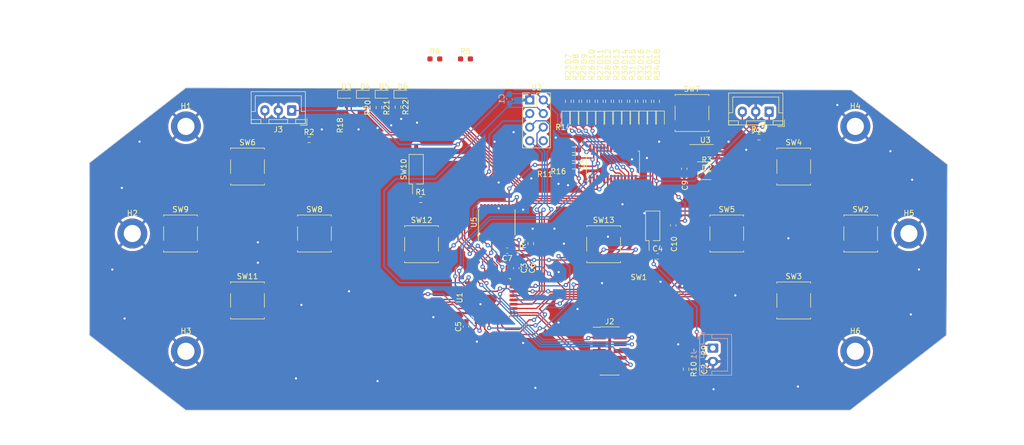
<source format=kicad_pcb>
(kicad_pcb (version 20221018) (generator pcbnew)
  (layers (0 "F.Cu" signal) (31 "B.Cu" signal) (34 "B.Paste" user) (35 "F.Paste" user) (36 "B.SilkS" user "B.Silkscreen") (37 "F.SilkS" user "F.Silkscreen") (38 "B.Mask" user) (39 "F.Mask" user) (44 "Edge.Cuts" user))
  (net 0 "")
  (net 1 "POWER_CHECK")
  (net 2 "GND")
  (net 3 "Li-ion")
  (net 4 "Net-(U3-BP)")
  (net 5 "Glob_Alim")
  (net 6 "Net-(D2-A)")
  (net 7 "Net-(D3-K)")
  (net 8 "Net-(D3-A)")
  (net 9 "Net-(D4-K)")
  (net 10 "Net-(D4-A)")
  (net 11 "Net-(D5-K)")
  (net 12 "Net-(D5-A)")
  (net 13 "Net-(D6-K)")
  (net 14 "Net-(D6-A)")
  (net 15 "Net-(D7-K)")
  (net 16 "Net-(D7-A)")
  (net 17 "Net-(D8-K)")
  (net 18 "Net-(D8-A)")
  (net 19 "Net-(D9-K)")
  (net 20 "Net-(D9-A)")
  (net 21 "Net-(D10-K)")
  (net 22 "Net-(D10-A)")
  (net 23 "Net-(D11-K)")
  (net 24 "Net-(D11-A)")
  (net 25 "Net-(D12-K)")
  (net 26 "Net-(D12-A)")
  (net 27 "Net-(D13-K)")
  (net 28 "Net-(D13-A)")
  (net 29 "Net-(D14-K)")
  (net 30 "Net-(D14-A)")
  (net 31 "Net-(D15-K)")
  (net 32 "Net-(D15-A)")
  (net 33 "Net-(D16-K)")
  (net 34 "Net-(D16-A)")
  (net 35 "Net-(D17-K)")
  (net 36 "Net-(D17-A)")
  (net 37 "Net-(D18-K)")
  (net 38 "Net-(D18-A)")
  (net 41 "SWDIO")
  (net 42 "SWDCK")
  (net 46 "Reset_Buton ")
  (net 47 "USART2_RX")
  (net 48 "USART2_TX")
  (net 49 "NES{slash}SNES_switcher")
  (net 50 "R")
  (net 51 "A_Button")
  (net 52 "B_Button")
  (net 53 "X_Button")
  (net 54 "Y_Button")
  (net 55 "UC_Button")
  (net 56 "LC_Button")
  (net 57 "DIODE_SDA")
  (net 58 "RC_Button")
  (net 59 "L")
  (net 60 "DIODE_CLK")
  (net 61 "DC_Button")
  (net 62 "DIODE_OE")
  (net 63 "ST_Button")
  (net 64 "SE_Button")
  (net 65 "Order_Search")
  (net 66 "RX{slash}TX")
  (net 67 "Net-(C7-Pad1)")
  (net 68 "Pin_Clock")
  (net 69 "Digital_Out_Put")
  (net 70 "MOSI")
  (net 71 "GPIO_EX_CLK")
  (net 74 "GPIO_EX_SERIAL_DATA")
  (net 75 "Net-(U3-IN)")
  (net 76 "CSN_nRF24")
  (footprint "Resistor_SMD:R_0603_1608Metric_Pad0.98x0.95mm_HandSolder" (layer "F.Cu") (at 150.368 74.422)
    (fp_text reference "R14")
    (fp_text value "10K")
  )
  (footprint "Resistor_SMD:R_0603_1608Metric_Pad0.98x0.95mm_HandSolder" (layer "F.Cu") (at 171.4 112.3375 -90)
    (fp_text reference "R10")
    (fp_text value "1M")
  )
  (footprint "Connector_PinHeader_1.27mm:PinHeader_2x07_P1.27mm_Vertical_SMD" (layer "F.Cu") (at 157.125 108.94)
    (fp_text reference "J2")
    (fp_text value "Conn_02x07_Odd_Even")
  )
  (footprint "Button_Switch_SMD:SW_SPST_B3S-1000" (layer "F.Cu") (at 179 87)
    (fp_text reference "SW5")
    (fp_text value "SW_Push")
  )
  (footprint "MountingHole:MountingHole_3.2mm_M3_DIN965_Pad" (layer "F.Cu") (at 78 67)
    (fp_text reference "H1")
    (fp_text value "MountingHole_Pad")
  )
  (footprint "LED_SMD:LED_0603_1608Metric_Pad1.05x0.95mm_HandSolder" (layer "F.Cu") (at 118.5 61)
    (fp_text reference "D6")
    (fp_text value "G4")
  )
  (footprint "Capacitor_SMD:C_0603_1608Metric_Pad1.08x0.95mm_HandSolder" (layer "F.Cu") (at 141.224 93.472 -90)
    (fp_text reference "C6")
    (fp_text value "10u")
  )
  (footprint "Resistor_SMD:R_0603_1608Metric_Pad0.98x0.95mm_HandSolder" (layer "F.Cu") (at 185 69)
    (fp_text reference "R13")
    (fp_text value "1K")
  )
  (footprint "LED_SMD:LED_0603_1608Metric_Pad1.05x0.95mm_HandSolder" (layer "F.Cu") (at 158.575 65.8 -90)
    (fp_text reference "D13")
    (fp_text value "O3")
  )
  (footprint "LED_SMD:LED_0603_1608Metric_Pad1.05x0.95mm_HandSolder" (layer "F.Cu") (at 164.975 65.8 -90)
    (fp_text reference "D17")
    (fp_text value "R3")
  )
  (footprint "Resistor_SMD:R_0603_1608Metric_Pad0.98x0.95mm_HandSolder" (layer "F.Cu") (at 153.9 62.3125 90)
    (fp_text reference "R26")
    (fp_text value "1K")
  )
  (footprint "MountingHole:MountingHole_3.2mm_M3_DIN965_Pad" (layer "F.Cu") (at 213 87)
    (fp_text reference "H5")
    (fp_text value "MountingHole_Pad")
  )
  (footprint "Button_Switch_SMD:SW_SPST_B3S-1000" (layer "F.Cu") (at 156 89)
    (fp_text reference "SW13")
    (fp_text value "SW_Push")
  )
  (footprint "Button_Switch_SMD:SW_DIP_SPSTx01_Slide_Copal_CHS-01B_W7.62mm_P1.27mm" (layer "F.Cu") (at 121 75 90)
    (fp_text reference "SW10")
    (fp_text value "SW_DIP_x01")
  )
  (footprint "Resistor_SMD:R_0603_1608Metric_Pad0.98x0.95mm_HandSolder" (layer "F.Cu") (at 175.26 74.676)
    (fp_text reference "R3")
    (fp_text value "1K")
  )
  (footprint "LED_SMD:LED_0603_1608Metric_Pad1.05x0.95mm_HandSolder" (layer "F.Cu") (at 108 61)
    (fp_text reference "D3")
    (fp_text value "G1")
  )
  (footprint "Connector_PinHeader_2.54mm:PinHeader_2x04_P2.54mm_Vertical" (layer "F.Cu") (at 142.2 62.06)
    (fp_text reference "U2")
    (fp_text value "nRF24_Full")
  )
  (footprint "Button_Switch_SMD:SW_SPST_B3S-1000" (layer "F.Cu") (at 102 87)
    (fp_text reference "SW8")
    (fp_text value "SW_Push")
  )
  (footprint "Capacitor_SMD:C_0603_1608Metric_Pad1.08x0.95mm_HandSolder" (layer "F.Cu") (at 139.7 93.472 -90)
    (fp_text reference "C3")
    (fp_text value "100n")
  )
  (footprint "Button_Switch_SMD:SW_SPST_B3S-1000" (layer "F.Cu") (at 122 89)
    (fp_text reference "SW12")
    (fp_text value "SW_Push")
  )
  (footprint "MountingHole:MountingHole_3.2mm_M3_DIN965_Pad" (layer "F.Cu") (at 78 109)
    (fp_text reference "H3")
    (fp_text value "MountingHole_Pad")
  )
  (footprint "Resistor_SMD:R_0603_1608Metric_Pad0.98x0.95mm_HandSolder" (layer "F.Cu") (at 107.025 63.475 -90)
    (fp_text reference "R18")
    (fp_text value "1K")
  )
  (footprint "Resistor_SMD:R_0603_1608Metric_Pad0.98x0.95mm_HandSolder" (layer "F.Cu") (at 173.4 108.8 -90)
    (fp_text reference "R9")
    (fp_text value "1M")
  )
  (footprint "MountingHole:MountingHole_3.2mm_M3_DIN965_Pad" (layer "F.Cu") (at 203 67)
    (fp_text reference "H4")
    (fp_text value "MountingHole_Pad")
  )
  (footprint "Resistor_SMD:R_0603_1608Metric_Pad0.98x0.95mm_HandSolder" (layer "F.Cu") (at 101 69.5)
    (fp_text reference "R2")
    (fp_text value "1K")
  )
  (footprint "Button_Switch_SMD:SW_SPST_B3S-1000" (layer "F.Cu") (at 204 87)
    (fp_text reference "SW2")
    (fp_text value "SW_Push")
  )
  (footprint "Resistor_SMD:R_0603_1608Metric_Pad0.98x0.95mm_HandSolder" (layer "F.Cu") (at 164.4 62.3125 90)
    (fp_text reference "R33")
    (fp_text value "1K")
  )
  (footprint "Resistor_SMD:R_0603_1608Metric_Pad0.98x0.95mm_HandSolder" (layer "F.Cu") (at 117.6 63.425 -90)
    (fp_text reference "R22")
    (fp_text value "1K")
  )
  (footprint "Button_Switch_SMD:SW_SPST_B3S-1000" (layer "F.Cu") (at 77 87)
    (fp_text reference "SW9")
    (fp_text value "SW_Push")
  )
  (footprint "Resistor_SMD:R_0603_1608Metric_Pad0.98x0.95mm_HandSolder" (layer "F.Cu") (at 158.4 62.3125 90)
    (fp_text reference "R29")
    (fp_text value "1K")
  )
  (footprint "LED_SMD:LED_0603_1608Metric_Pad1.05x0.95mm_HandSolder" (layer "F.Cu") (at 152.125 65.825 -90)
    (fp_text reference "D9")
    (fp_text value "G7")
  )
  (footprint "Resistor_SMD:R_0603_1608Metric_Pad0.98x0.95mm_HandSolder" (layer "F.Cu") (at 121.85 80.7)
    (fp_text reference "R1")
    (fp_text value "1K")
  )
  (footprint "LED_SMD:LED_0603_1608Metric_Pad1.05x0.95mm_HandSolder" (layer "F.Cu") (at 166.6 65.8 -90)
    (fp_text reference "D18")
    (fp_text value "R4")
  )
  (footprint "LED_SMD:LED_0603_1608Metric_Pad1.05x0.95mm_HandSolder" (layer "F.Cu") (at 160.175 65.8 -90)
    (fp_text reference "D14")
    (fp_text value "O4")
  )
  (footprint "Connector_JST:JST_XH_B3B-XH-A_1x03_P2.50mm_Vertical" (layer "F.Cu") (at 97.75 64.025 180)
    (fp_text reference "J3")
    (fp_text value "Conn_01x03")
  )
  (footprint "Capacitor_SMD:C_0603_1608Metric_Pad1.08x0.95mm_HandSolder" (layer "F.Cu") (at 166.095 91.27)
    (fp_text reference "C4")
    (fp_text value "1u")
  )
  (footprint "Resistor_SMD:R_0603_1608Metric_Pad0.98x0.95mm_HandSolder" (layer "F.Cu") (at 156.9 62.3125 90)
    (fp_text reference "R28")
    (fp_text value "1K")
  )
  (footprint "Resistor_SMD:R_0603_1608Metric_Pad0.98x0.95mm_HandSolder" (layer "F.Cu") (at 162.9 62.3125 90)
    (fp_text reference "R32")
    (fp_text value "1K")
  )
  (footprint "Package_SO:TSSOP-28_4.4x9.7mm_P0.65mm" (layer "F.Cu") (at 157.734 73.914 90)
    (fp_text reference "U4")
    (fp_text value "PCA9685PW")
  )
  (footprint "Resistor_SMD:R_0603_1608Metric_Pad0.98x0.95mm_HandSolder" (layer "F.Cu") (at 150.368 71.374 180)
    (fp_text reference "R16")
    (fp_text value "10K")
  )
  (footprint "Button_Switch_SMD:SW_SPST_B3S-1000" (layer "F.Cu") (at 191.5 99.5)
    (fp_text reference "SW3")
    (fp_text value "SW_Push")
  )
  (footprint "MountingHole:MountingHole_3.2mm_M3_DIN965_Pad" (layer "F.Cu") (at 203 109)
    (fp_text reference "H6")
    (fp_text value "MountingHole_Pad")
  )
  (footprint "Capacitor_SMD:C_0603_1608Metric_Pad1.08x0.95mm_HandSolder" (layer "F.Cu") (at 173.4 112.3375 -90)
    (fp_text reference "C2")
    (fp_text value "1nF")
  )
  (footprint "Resistor_SMD:R_0603_1608Metric_Pad0.98x0.95mm_HandSolder" (layer "F.Cu") (at 130.2 54.4)
    (fp_text reference "R5")
    (fp_text value "1K")
  )
  (footprint "Resistor_SMD:R_0603_1608Metric_Pad0.98x0.95mm_HandSolder" (layer "F.Cu") (at 110.525 63.5 -90)
    (fp_text reference "R20")
    (fp_text value "1K")
  )
  (footprint "Package_SO:SSOP-20_4.4x6.5mm_P0.65mm" (layer "F.Cu") (at 136.075 84.9 90)
    (fp_text reference "U5")
    (fp_text value "PCF8574TS")
  )
  (footprint "Connector_JST:JST_XH_B3B-XH-A_1x03_P2.50mm_Vertical" (layer "F.Cu") (at 186.904 64.262 180)
    (fp_text reference "J4")
    (fp_text value "Conn_01x03")
  )
  (footprint "Resistor_SMD:R_0603_1608Metric_Pad0.98x0.95mm_HandSolder" (layer "F.Cu") (at 149.4 62.3125 90)
    (fp_text reference "R23")
    (fp_text value "1K")
  )
  (footprint "Capacitor_SMD:C_0603_1608Metric_Pad1.08x0.95mm_HandSolder" (layer "F.Cu") (at 168.995 85.4825 -90)
    (fp_text reference "C10")
    (fp_text value "100nF")
  )
  (footprint "Button_Switch_SMD:SW_SPST_B3S-1000" (layer "F.Cu") (at 89.5 74.5)
    (fp_text reference "SW6")
    (fp_text value "SW_Push")
  )
  (footprint "LED_SMD:LED_0603_1608Metric_Pad1.05x0.95mm_HandSolder" (layer "F.Cu") (at 156.95 65.8125 -90)
    (fp_text reference "D12")
    (fp_text value "O2")
  )
  (footprint "LED_SMD:LED_0603_1608Metric_Pad1.05x0.95mm_HandSolder" (layer "F.Cu") (at 111.5 61)
    (fp_text reference "D4")
    (fp_text value "G2")
  )
  (footprint "LED_SMD:LED_0603_1608Metric_Pad1.05x0.95mm_HandSolder" (layer "F.Cu") (at 175.26 76.2)
    (fp_text reference "D2")
    (fp_text value "LED_Small")
  )
  (footprint "Resistor_SMD:R_0603_1608Metric_Pad0.98x0.95mm_HandSolder" (layer "F.Cu") (at 124.4875 54.4)
    (fp_text reference "R6")
    (fp_text value "1K")
  )
  (footprint "LED_SMD:LED_0603_1608Metric_Pad1.05x0.95mm_HandSolder" (layer "F.Cu") (at 148.925 65.825 -90)
    (fp_text reference "D7")
    (fp_text value "G5")
  )
  (footprint "Package_SO:MSOP-8_3x3mm_P0.65mm" (layer "F.Cu") (at 175 72)
    (fp_text reference "U3")
    (fp_text value "MIC5219-3.3YMM")
  )
  (footprint "Resistor_SMD:R_0603_1608Metric_Pad0.98x0.95mm_HandSolder" (layer "F.Cu") (at 152.4 62.3125 90)
    (fp_text reference "R25")
    (fp_text value "1K")
  )
  (footprint "Resistor_SMD:R_0603_1608Metric_Pad0.98x0.95mm_HandSolder" (layer "F.Cu") (at 114.05 63.475 -90)
    (fp_text reference "R21")
    (fp_text value "1K")
  )
  (footprint "Button_Switch_SMD:SW_SPST_B3S-1000" (layer "F.Cu") (at 89.5 99.5)
    (fp_text reference "SW11")
    (fp_text value "SW_Push")
  )
  (footprint "Button_Switch_SMD:SW_DIP_SPSTx01_Slide_Copal_CHS-01B_W7.62mm_P1.27mm" (layer "F.Cu") (at 165.17 85.57 90)
    (fp_text reference "SW1")
    (fp_text value "SW_DIP_x01")
  )
  (footprint "LED_SMD:LED_0603_1608Metric_Pad1.05x0.95mm_HandSolder" (layer "F.Cu") (at 161.775 65.8 -90)
    (fp_text reference "D15")
    (fp_text value "R1")
  )
  (footprint "Resistor_SMD:R_0603_1608Metric_Pad0.98x0.95mm_HandSolder" (layer "F.Cu") (at 161.4 62.3125 90)
    (fp_text reference "R31")
    (fp_text value "1K")
  )
  (footprint "Capacitor_SMD:C_0603_1608Metric_Pad1.08x0.95mm_HandSolder" (layer "F.Cu") (at 171.05 74.9 -90)
    (fp_text reference "C9")
    (fp_text value "470p")
  )
  (footprint "LED_SMD:LED_0603_1608Metric_Pad1.05x0.95mm_HandSolder" (layer "F.Cu") (at 115 61)
    (fp_text reference "D5")
    (fp_text value "G3")
  )
  (footprint "LED_SMD:LED_0603_1608Metric_Pad1.05x0.95mm_HandSolder" (layer "F.Cu") (at 150.525 65.825 -90)
    (fp_text reference "D8")
    (fp_text value "G6")
  )
  (footprint "Resistor_SMD:R_0603_1608Metric_Pad0.98x0.95mm_HandSolder" (layer "F.Cu") (at 159.9 62.3125 90)
    (fp_text reference "R30")
    (fp_text value "1K")
  )
  (footprint "MountingHole:MountingHole_3.2mm_M3_DIN965_Pad" (layer "F.Cu") (at 68 87)
    (fp_text reference "H2")
    (fp_text value "MountingHole_Pad")
  )
  (footprint "Resistor_SMD:R_0603_1608Metric_Pad0.98x0.95mm_HandSolder" (layer "F.Cu") (at 150.368 72.898 180)
    (fp_text reference "R11")
    (fp_text value "10K")
  )
  (footprint "Button_Switch_SMD:SW_SPST_B3S-1000" (layer "F.Cu") (at 191.5 74.5)
    (fp_text reference "SW4")
    (fp_text value "SW_Push")
  )
  (footprint "Resistor_SMD:R_0603_1608Metric_Pad0.98x0.95mm_HandSolder" (layer "F.Cu") (at 155.4 62.3125 90)
    (fp_text reference "R27")
    (fp_text value "1K")
  )
  (footprint "LED_SMD:LED_0603_1608Metric_Pad1.05x0.95mm_HandSolder" (layer "F.Cu") (at 153.725 65.825 -90)
    (fp_text reference "D10")
    (fp_text value "G8")
  )
  (footprint "LED_SMD:LED_0603_1608Metric_Pad1.05x0.95mm_HandSolder" (layer "F.Cu") (at 163.375 65.8 -90)
    (fp_text reference "D16")
    (fp_text value "R2")
  )
  (footprint "Resistor_SMD:R_0603_1608Metric_Pad0.98x0.95mm_HandSolder" (layer "F.Cu") (at 150.9 62.3125 90)
    (fp_text reference "R24")
    (fp_text value "1K")
  )
  (footprint "LED_SMD:LED_0603_1608Metric_Pad1.05x0.95mm_HandSolder" (layer "F.Cu") (at 155.325 65.825 -90)
    (fp_text reference "D11")
    (fp_text value "O1")
  )
  (footprint "Resistor_SMD:R_0603_1608Metric_Pad0.98x0.95mm_HandSolder" (layer "F.Cu") (at 165.9 62.3125 90)
    (fp_text reference "R34")
    (fp_text value "1K")
  )
  (footprint "Resistor_SMD:R_0603_1608Metric_Pad0.98x0.95mm_HandSolder" (layer "F.Cu") (at 142.4 88.8875 90)
    (fp_text reference "R4")
    (fp_text value "10k")
  )
  (footprint "Package_QFP:LQFP-32_7x7mm_P0.8mm" (layer "F.Cu") (at 135 99 90)
    (fp_text reference "U1")
    (fp_text value "STM32L412KBTx")
  )
  (footprint "Capacitor_SMD:C_0603_1608Metric_Pad1.08x0.95mm_HandSolder" (layer "F.Cu") (at 138 90.2 180)
    (fp_text reference "C7")
    (fp_text value "100µF")
  )
  (footprint "Button_Switch_SMD:SW_SPST_B3S-1000" (layer "F.Cu") (at 172.5 64.5)
    (fp_text reference "SW7")
    (fp_text value "SW_SPST")
  )
  (footprint "Capacitor_SMD:C_0603_1608Metric_Pad1.08x0.95mm_HandSolder" (layer "F.Cu") (at 130.302 104.394 90)
    (fp_text reference "C5")
    (fp_text value "100n")
  )
  (footprint "Connector_JST:JST_XH_B2B-XH-A_1x02_P2.50mm_Vertical" (layer "B.Cu") (at 176.4 108.4 -90)
    (fp_text reference "J1")
    (fp_text value "Conn_01x02")
  )
  (footprint "Capacitor_SMD:C_0603_1608Metric_Pad1.08x0.95mm_HandSolder" (layer "B.Cu") (at 138.4 61.8625 -90)
    (fp_text reference "C1")
    (fp_text value "100uF")
  )
  (gr_line (start 220.2 74.1) (end 220 106) (stroke (width 0.1)) (layer "Edge.Cuts"))
  (gr_line (start 78 59.8) (end 202.2 60.2) (stroke (width 0.1)) (layer "Edge.Cuts"))
  (gr_line (start 202.2 60.2) (end 220.2 74.1) (stroke (width 0.1)) (layer "Edge.Cuts"))
  (gr_line (start 202 120) (end 78 120) (stroke (width 0.1)) (layer "Edge.Cuts"))
  (gr_line (start 220 106) (end 202 120) (stroke (width 0.1)) (layer "Edge.Cuts"))
  (gr_line (start 60 73.8) (end 78 59.8) (stroke (width 0.1)) (layer "Edge.Cuts"))
  (gr_line (start 60 106) (end 60 73.8) (stroke (width 0.1)) (layer "Edge.Cuts"))
  (gr_line (start 78 120) (end 60 106) (stroke (width 0.1)) (layer "Edge.Cuts"))
  (segment (start 136.125402 97.8) (end 136.647701 97.277701) (width 0.25) (layer "F.Cu") (net 1))
  (segment (start 171.45 111.475) (end 171.4 111.425) (width 0.25) (layer "F.Cu") (net 1))
  (segment (start 148.648 99.256) (end 147.828 100.076) (width 0.25) (layer "F.Cu") (net 1))
  (segment (start 173.35 111.425) (end 173.4 111.475) (width 0.25) (layer "F.Cu") (net 1))
  (segment (start 130.825 97.8) (end 136.125402 97.8) (width 0.25) (layer "F.Cu") (net 1))
  (segment (start 173.4 111.475) (end 171.45 111.475) (width 0.25) (layer "F.Cu") (net 1))
  (segment (start 162.9435 99.256) (end 148.648 99.256) (width 0.25) (layer "F.Cu") (net 1))
  (segment (start 171.4 111.425) (end 171.4 111.6375) (width 0.25) (layer "F.Cu") (net 1))
  (segment (start 173.4 109.7125) (end 173.4 111.475) (width 0.25) (layer "F.Cu") (net 1))
  (segment (start 173.4 109.7125) (end 162.9435 99.256) (width 0.25) (layer "F.Cu") (net 1))
  (via (at 136.647701 97.277701) (size 0.8) (drill 0.4) (layers "F.Cu" "B.Cu") (net 1))
  (via (at 147.828 100.076) (size 0.8) (drill 0.4) (layers "F.Cu" "B.Cu") (net 1))
  (segment (start 140.97 100.076) (end 138.171701 97.277701) (width 0.25) (layer "B.Cu") (net 1))
  (segment (start 147.828 100.076) (end 140.97 100.076) (width 0.25) (layer "B.Cu") (net 1))
  (segment (start 138.171701 97.277701) (end 136.647701 97.277701) (width 0.25) (layer "B.Cu") (net 1))
  (segment (start 154.159 76.7765) (end 154.159 75.203) (width 0.25) (layer "F.Cu") (net 2))
  (segment (start 171.4 113.25) (end 173.35 113.25) (width 0.25) (layer "F.Cu") (net 2))
  (segment (start 154.178 75.184) (end 155.194 75.184) (width 0.25) (layer "F.Cu") (net 2))
  (segment (start 141.224 94.3845) (end 141.4 94.5605) (width 0.25) (layer "F.Cu") (net 2))
  (segment (start 173.35 113.25) (end 173.4 113.2) (width 0.25) (layer "F.Cu") (net 2))
  (segment (start 173.4 113.2) (end 174.1 113.2) (width 0.25) (layer "F.Cu") (net 2))
  (segment (start 141.4 96) (end 139.375 96) (width 0.25) (layer "F.Cu") (net 2))
  (segment (start 155.459 75.449) (end 155.459 76.7765) (width 0.25) (layer "F.Cu") (net 2))
  (segment (start 161.959 78.139) (end 162.052 78.232) (width 0.25) (layer "F.Cu") (net 2))
  (segment (start 155.459 72.655) (end 155.702 72.898) (width 0.25) (layer "F.Cu") (net 2))
  (segment (start 114.05 64.3875) (end 114.05 64.52) (width 0.25) (layer "F.Cu") (net 2))
  (segment (start 114.05 64.52) (end 116.332 66.802) (width 0.25) (layer "F.Cu") (net 2))
  (segment (start 154.159 75.203) (end 154.178 75.184) (width 0.25) (layer "F.Cu") (net 2))
  (segment (start 139.375 96) (end 139.175 96.2) (width 0.25) (layer "F.Cu") (net 2))
  (segment (start 141.4 94.5605) (end 141.4 96) (width 0.25) (layer "F.Cu") (net 2))
  (segment (start 155.459 71.0515) (end 155.459 72.655) (width 0.25) (layer "F.Cu") (net 2))
  (segment (start 155.702 72.898) (end 156.109 72.491) (width 0.25) (layer "F.Cu") (net 2))
  (segment (start 161.959 76.7765) (end 161.959 78.139) (width 0.25) (layer "F.Cu") (net 2))
  (segment (start 155.194 75.184) (end 155.459 75.449) (width 0.25) (layer "F.Cu") (net 2))
  (segment (start 156.109 72.491) (end 156.109 71.0515) (width 0.25) (layer "F.Cu") (net 2))
  (segment (start 174.1 113.2) (end 176.4 110.9) (width 0.25) (layer "F.Cu") (net 2))
  (via (at 103.378 67.564) (size 0.8) (drill 0.4) (layers "F.Cu" "B.Cu") (net 2))
  (via (at 164.084 72.898) (size 0.8) (drill 0.4) (layers "F.Cu" "B.Cu") (net 2))
  (via (at 176.53 116.078) (size 0.8) (drill 0.4) (layers "F.Cu" "B.Cu") (net 2))
  (via (at 214.884 93.726) (size 0.8) (drill 0.4) (layers "F.Cu" "B.Cu") (net 2))
  (via (at 170.688 96.774) (size 0.8) (drill 0.4) (layers "F.Cu" "B.Cu") (net 2))
  (via (at 132.334 107.188) (size 0.8) (drill 0.4) (layers "F.Cu" "B.Cu") (net 2))
  (via (at 159.512 81.534) (size 0.8) (drill 0.4) (layers "F.Cu" "B.Cu") (net 2))
  (via (at 66.04 78.486) (size 0.8) (drill 0.4) (layers "F.Cu" "B.Cu") (net 2))
  (via (at 121.158 66.294) (size 0.8) (drill 0.4) (layers "F.Cu" "B.Cu") (net 2))
  (via (at 133 100.2) (size 0.8) (drill 0.4) (layers "F.Cu" "B.Cu") (net 2))
  (via (at 110.236 67.564) (size 0.8) (drill 0.4) (layers "F.Cu" "B.Cu") (net 2))
  (via (at 91.44 88.646) (size 0.8) (drill 0.4) (layers "F.Cu" "B.Cu") (net 2))
  (via (at 179.324 69.85) (size 0.8) (drill 0.4) (layers "F.Cu" "B.Cu") (net 2))
  (via (at 213.614 76.962) (size 0.8) (drill 0.4) (layers "F.Cu" "B.Cu") (net 2))
  (via (at 192.278 115.57) (size 0.8) (drill 0.4) (layers "F.Cu" "B.Cu") (net 2))
  (via (at 163.6 83.2) (size 0.8) (drill 0.4) (layers "F.Cu" "B.Cu") (net 2))
  (via (at 151.13 101.092) (size 0.8) (drill 0.4) (layers "F.Cu" "B.Cu") (net 2))
  (via (at 69.342 69.85) (size 0.8) (drill 0.4) (layers "F.Cu" "B.Cu") (net 2))
  (via (at 199.644 62.992) (size 0.8) (drill 0.4) (layers "F.Cu" "B.Cu") (net 2))
  (via (at 108.458 97.79) (size 0.8) (drill 0.4) (layers "F.Cu" "B.Cu") (net 2))
  (via (at 140.97 107.442) (size 0.8) (drill 0.4) (layers "F.Cu" "B.Cu") (net 2))
  (via (at 155.702 96.266) (size 0.8) (drill 0.4) (layers "F.Cu" "B.Cu") (net 2))
  (via (at 190.5 87.884) (size 0.8) (drill 0.4) (layers "F.Cu" "B.Cu") (net 2))
  (via (at 146.812 86.106) (size 0.8) (drill 0.4) (layers "F.Cu" "B.Cu") (net 2))
  (via (at 147.574 103.632) (size 0.8) (drill 0.4) (layers "F.Cu" "B.Cu") (net 2))
  (via (at 64.262 93.726) (size 0.8) (drill 0.4) (layers "F.Cu" "B.Cu") (net 2))
  (via (at 142.494 76.708) (size 0.8) (drill 0.4) (layers "F.Cu" "B.Cu") (net 2))
  (via (at 147.6 94.2) (size 0.8) (drill 0.4) (layers "F.Cu" "B.Cu") (net 2))
  (via (at 137.2 91.8) (size 0.8) (drill 0.4) (layers "F.Cu" "B.Cu") (net 2))
  (via (at 140.97 82.55) (size 0.8) (drill 0.4) (layers "F.Cu" "B.Cu") (net 2))
  (via (at 180.594 98.552) (size 0.8) (drill 0.4) (layers "F.Cu" "B.Cu") (net 2))
  (via (at 116.332 66.802) (size 0.8) (drill 0.4) (layers "F.Cu" "B.Cu") (net 2))
  (via (at 142.6 93.4) (size 0.8) (drill 0.4) (layers "F.Cu" "B.Cu") (net 2))
  (via (at 166.624 96.012) (size 0.8) (drill 0.4) (layers "F.Cu" "B.Cu") (net 2))
  (via (at 147.066 69.088) (size 0.8) (drill 0.4) (layers "F.Cu" "B.Cu") (net 2))
  (via (at 166.37 69.85) (size 0.8) (drill 0.4) (layers "F.Cu" "B.Cu") (net 2))
  (via (at 113.792 114.554) (size 0.8) (drill 0.4) (layers "F.Cu" "B.Cu") (net 2))
  (via (at 182.626 71.374) (size 0.8) (drill 0.4) (layers "F.Cu" "B.Cu") (net 2))
  (via (at 136.398 77.47) (size 0.8) (drill 0.4) (layers "F.Cu" "B.Cu") (net 2))
  (via (at 98.552 114.046) (size 0.8) (drill 0.4) (layers "F.Cu" "B.Cu") (net 2))
  (via (at 66.548 102.87) (size 0.8) (drill 0.4) (layers "F.Cu" "B.Cu") (net 2))
  (via (at 213.36 102.108) (size 0.8) (drill 0.4) (layers "F.Cu" "B.Cu") (net 2))
  (via (at 169.926 107.696) (size 0.8) (drill 0.4) (layers "F.Cu" "B.Cu") (net 2))
  (via (at 142.748 86.106) (size 0.8) (drill 0.4) (layers "F.Cu" "B.Cu") (net 2))
  (via (at 99.568 100.33) (size 0.8) (drill 0.4) (layers "F.Cu" "B.Cu") (net 2))
  (via (at 149.352 77.978) (size 0.8) (drill 0.4) (layers "F.Cu" "B.Cu") (net 2))
  (via (at 136.398 82.296) (size 0.8) (drill 0.4) (layers "F.Cu" "B.Cu") (net 2))
  (via (at 209.55 71.628) (size 0.8) (drill 0.4) (layers "F.Cu" "B.Cu") (net 2))
  (via (at 135.636 69.85) (size 0.8) (drill 0.4) (layers "F.Cu" "B.Cu") (net 2))
  (via (at 91.44 92.456) (size 0.8) (drill 0.4) (layers "F.Cu" "B.Cu") (net 2))
  (via (at 139.192 68.072) (size 0.8) (drill 0.4) (layers "F.Cu" "B.Cu") (net 2))
  (via (at 143.256 115.824) (size 0.8) (drill 0.4) (layers "F.Cu" "B.Cu") (net 2))
  (via (at 113.792 67.31) (size 0.8) (drill 0.4) (layers "F.Cu" "B.Cu") (net 2))
  (via (at 139.954 90.932) (size 0.8) (drill 0.4) (layers "F.Cu" "B.Cu") (net 2))
  (via (at 148.59 88.9) (size 0.8) (drill 0.4) (layers "F.Cu" "B.Cu") (net 2))
  (via (at 156.8 87.6) (size 0.8) (drill 0.4) (layers "F.Cu" "B.Cu") (net 2))
  (via (at 124.206 102.616) (size 0.8) (drill 0.4) (layers "F.Cu" "B.Cu") (net 2))
  (via (at 118.2 65.6) (size 0.8) (drill 0.4) (layers "F.Cu" "B.Cu") (net 2))
  (via (at 161.29 73.152) (size 0.8) (drill 0.4) (layers "F.Cu" "B.Cu") (net 2))
  (via (at 147.574 77.724) (size 0.8) (drill 0.4) (layers "F.Cu" "B.Cu") (net 2))
  (segment (start 139.065 62.06) (end 142.2 62.06) (width 0.25) (layer "B.Cu") (net 2))
  (segment (start 138.4 62.725) (end 139.065 62.06) (width 0.25) (layer "B.Cu") (net 2))
  (segment (start 175.8875 107.8875) (end 176.4 108.4) (width 0.25) (layer "F.Cu") (net 3))
  (segment (start 173.4 105.4) (end 173.4 107.8875) (width 0.25) (layer "F.Cu") (net 3))
  (segment (start 165.17 89.38) (end 165.17 91.2075) (width 0.25) (layer "F.Cu") (net 3))
  (segment (start 165.354 91.3915) (end 165.2325 91.27) (width 0.25) (layer "F.Cu") (net 3))
  (segment (start 173.4 107.8875) (end 175.8875 107.8875) (width 0.25) (layer "F.Cu") (net 3))
  (segment (start 165.17 91.2075) (end 165.2325 91.27) (width 0.25) (layer "F.Cu") (net 3))
  (segment (start 165.354 92.71) (end 165.354 91.3915) (width 0.25) (layer "F.Cu") (net 3))
  (via (at 173.4 105.4) (size 0.8) (drill 0.4) (layers "F.Cu" "B.Cu") (net 3))
  (via (at 165.354 92.71) (size 0.8) (drill 0.4) (layers "F.Cu" "B.Cu") (net 3))
  (segment (start 168.402 95.758) (end 173.4 100.756) (width 0.25) (layer "B.Cu") (net 3))
  (segment (start 168.402 95.758) (end 165.354 92.71) (width 0.25) (layer "B.Cu") (net 3))
  (segment (start 173.4 100.756) (end 173.4 105.4) (width 0.25) (layer "B.Cu") (net 3))
  (segment (start 171.05 74.0375) (end 171.05 73.552) (width 0.25) (layer "F.Cu") (net 4))
  (segment (start 171.05 73.552) (end 171.627 72.975) (width 0.25) (layer "F.Cu") (net 4))
  (segment (start 171.627 72.975) (end 172.8875 72.975) (width 0.25) (layer "F.Cu") (net 4))
  (segment (start 139.7 92.5595) (end 138.3265 92.5595) (width 0.25) (layer "F.Cu") (net 5))
  (segment (start 127.946 71.19) (end 128.778 70.358) (width 0.25) (layer "F.Cu") (net 5))
  (segment (start 165.8945 77.216) (end 165.8945 79.6) (width 0.25) (layer "F.Cu") (net 5))
  (segment (start 155.194 78.74) (end 156.109 77.825) (width 0.25) (layer "F.Cu") (net 5))
  (segment (start 139.7 92.5595) (end 141.224 92.5595) (width 0.25) (layer "F.Cu") (net 5))
  (segment (start 168.6 78.8) (end 165.8945 78.8) (width 0.25) (layer "F.Cu") (net 5))
  (segment (start 138.3265 92.5595) (end 137.8 93.086) (width 0.25) (layer "F.Cu") (net 5))
  (segment (start 136.652 99.867396) (end 134.665396 101.854) (width 0.25) (layer "F.Cu") (net 5))
  (segment (start 153.509 78.647) (end 153.416 78.74) (width 0.25) (layer "F.Cu") (net 5))
  (segment (start 137.8 93.086) (end 137.8 94.825) (width 0.25) (layer "F.Cu") (net 5))
  (segment (start 136.652 98.298) (end 137.8 97.15) (width 0.25) (layer "F.Cu") (net 5))
  (segment (start 153.416 78.74) (end 154.686 78.74) (width 0.25) (layer "F.Cu") (net 5))
  (segment (start 132.2 102.242) (end 132.588 101.854) (width 0.25) (layer "F.Cu") (net 5))
  (segment (start 137.8 97.15) (end 137.8 94.825) (width 0.25) (layer "F.Cu") (net 5))
  (segment (start 154.809 78.617) (end 154.686 78.74) (width 0.25) (layer "F.Cu") (net 5))
  (segment (start 165.8945 75.6595) (end 165.8945 77.216) (width 0.25) (layer "F.Cu") (net 5))
  (segment (start 186.904 64.262) (end 186.904 65.826) (width 0.25) (layer "F.Cu") (net 5))
  (segment (start 136.652 98.298) (end 136.652 99.867396) (width 0.25) (layer "F.Cu") (net 5))
  (segment (start 170 80.2) (end 168.6 78.8) (width 0.25) (layer "F.Cu") (net 5))
  (segment (start 132.2 103.175) (end 132.2 102.242) (width 0.25) (layer "F.Cu") (net 5))
  (segment (start 154.686 78.74) (end 155.194 78.74) (width 0.25) (layer "F.Cu") (net 5))
  (segment (start 165.8945 82.8655) (end 164.178 84.582) (width 0.25) (layer "F.Cu") (net 5))
  (segment (start 174.3475 74.676) (end 174.3475 73.021459) (width 0.25) (layer "F.Cu") (net 5))
  (segment (start 152.654 78.74) (end 153.416 78.74) (width 0.25) (layer "F.Cu") (net 5))
  (segment (start 174.3475 73.021459) (end 173.651041 72.325) (width 0.25) (layer "F.Cu") (net 5))
  (segment (start 156.109 77.825) (end 156.109 76.7765) (width 0.25) (layer "F.Cu") (net 5))
  (segment (start 164.178 84.582) (end 156.718 84.582) (width 0.25) (layer "F.Cu") (net 5))
  (segment (start 172.7625 72.2) (end 169.354 72.2) (width 0.25) (layer "F.Cu") (net 5))
  (segment (start 156.718 84.582) (end 149.352 91.948) (width 0.25) (layer "F.Cu") (net 5))
  (segment (start 135.4 102.588604) (end 135.4 103.175) (width 0.25) (layer "F.Cu") (net 5))
  (segment (start 171.18 84.62) (end 171.2 84.6) (width 0.25) (layer "F.Cu") (net 5))
  (segment (start 169.164 72.39) (end 165.8945 75.6595) (width 0.25) (layer "F.Cu") (net 5))
  (segment (start 152.8 71.8) (end 152.8 71.7605) (width 0.25) (layer "F.Cu") (net 5))
  (segment (start 186.904 65.826) (end 185.674 67.056) (width 0.25) (layer "F.Cu") (net 5))
  (segment (start 149.4555 74.422) (end 149.4555 74.7795) (width 0.25) (layer "F.Cu") (net 5))
  (segment (start 169.354 72.2) (end 169.164 72.39) (width 0.25) (layer "F.Cu") (net 5))
  (segment (start 131.4215 105.3065) (end 132.2 104.528) (width 0.25) (layer "F.Cu") (net 5))
  (segment (start 149.352 91.948) (end 145.796 91.948) (width 0.25) (layer "F.Cu") (net 5))
  (segment (start 137.1375 90.2) (end 138.3265 91.389) (width 0.25) (layer "F.Cu") (net 5))
  (segment (start 135.75 88.8125) (end 137.1375 90.2) (width 0.25) (layer "F.Cu") (net 5))
  (segment (start 132.2 104.528) (end 132.2 103.175) (width 0.25) (layer "F.Cu") (net 5))
  (segment (start 134.665396 101.854) (end 135.4 102.588604) (width 0.25) (layer "F.Cu") (net 5))
  (segment (start 132.588 101.854) (end 134.665396 101.854) (width 0.25) (layer "F.Cu") (net 5))
  (segment (start 141.8355 91.948) (end 141.224 92.5595) (width 0.25) (layer "F.Cu") (net 5))
  (segment (start 154.809 76.7765) (end 154.809 78.617) (width 0.25) (layer "F.Cu") (net 5))
  (segment (start 153.509 76.7765) (end 153.509 78.647) (width 0.25) (layer "F.Cu") (net 5))
  (segment (start 155.175 106.4) (end 153.2835 106.4) (width 0.25) (layer "F.Cu") (net 5))
  (segment (start 153.2835 106.4) (end 153.162 106.5215) (width 0.25) (layer "F.Cu") (net 5))
  (segment (start 149.4555 74.422) (end 149.4555 72.898) (width 0.25) (layer "F.Cu") (net 5))
  (segment (start 135.75 87.8) (end 135.75 88.8125) (width 0.25) (layer "F.Cu") (net 5))
  (segment (start 172.8875 72.325) (end 172.7625 72.2) (width 0.25) (layer "F.Cu") (net 5))
  (segment (start 165.8945 79.6) (end 165.8945 82.8655) (width 0.25) (layer "F.Cu") (net 5))
  (segment (start 151.384 76.708) (end 151.384 77.47) (width 0.25) (layer "F.Cu") (net 5))
  (segment (start 173.651041 72.325) (end 172.8875 72.325) (width 0.25) (layer "F.Cu") (net 5))
  (segment (start 149.4555 74.7795) (end 151.384 76.708) (width 0.25) (layer "F.Cu") (net 5))
  (segment (start 130.302 105.3065) (end 131.4215 105.3065) (width 0.25) (layer "F.Cu") (net 5))
  (segment (start 149.4555 71.374) (end 149.4555 72.898) (width 0.25) (layer "F.Cu") (net 5))
  (segment (start 165.8945 78.8) (end 165.8945 79.6) (width 0.25) (layer "F.Cu") (net 5))
  (segment (start 143.002 91.948) (end 141.8355 91.948) (width 0.25) (layer "F.Cu") (net 5))
  (segment (start 138.3265 91.389) (end 138.3265 92.5595) (width 0.25) (layer "F.Cu") (net 5))
  (segment (start 168.995 84.62) (end 171.18 84.62) (width 0.25) (layer "F.Cu") (net 5))
  (segment (start 121 71.19) (end 127.946 71.19) (width 0.25) (layer "F.Cu") (net 5))
  (segment (start 152.8 71.7605) (end 153.509 71.0515) (width 0.25) (layer "F.Cu") (net 5))
  (segment (start 151.384 77.47) (end 152.654 78.74) (width 0.25) (layer "F.Cu") (net 5))
  (via (at 170 80.2) (size 0.8) (drill 0.4) (layers "F.Cu" "B.Cu") (net 5))
  (via (at 145.796 91.948) (size 0.8) (drill 0.4) (layers "F.Cu" "B.Cu") (net 5))
  (via (at 165.8945 77.216) (size 0.8) (drill 0.4) (layers "F.Cu" "B.Cu") (net 5))
  (via (at 136.652 98.298) (size 0.8) (drill 0.4) (layers "F.Cu" "B.Cu") (net 5))
  (via (at 171.2 84.6) (size 0.8) (drill 0.4) (layers "F.Cu" "B.Cu") (net 5))
  (via (at 155.194 78.74) (size 0.8) (drill 0.4) (layers "F.Cu" "B.Cu") (net 5))
  (via (at 153.162 106.5215) (size 0.8) (drill 0.4) (layers "F.Cu" "B.Cu") (net 5))
  (via (at 143.002 91.948) (size 0.8) (drill 0.4) (layers "F.Cu" "B.Cu") (net 5))
  (via (at 128.778 70.358) (size 0.8) (drill 0.4) (layers "F.Cu" "B.Cu") (net 5))
  (via (at 151.384 76.708) (size 0.8) (drill 0.4) (layers "F.Cu" "B.Cu") (net 5))
  (via (at 185.674 67.056) (size 0.8) (drill 0.4) (layers "F.Cu" "B.Cu") (net 5))
  (via (at 152.8 71.8) (size 0.8) (drill 0.4) (layers "F.Cu" "B.Cu") (net 5))
  (segment (start 136.774398 98.937601) (end 136.774398 98.420398) (width 0.25) (layer "B.Cu") (net 5))
  (segment (start 164.9365 76.258) (end 157.676 76.258) (width 0.25) (layer "B.Cu") (net 5))
  (segment (start 117.865305 70.358) (end 128.778 70.358) (width 0.25) (layer "B.Cu") (net 5))
  (segment (start 136.774398 98.420398) (end 136.652 98.298) (width 0.25) (layer "B.Cu") (net 5))
  (segment (start 148.2 68.4) (end 149.670695 68.4) (width 0.25) (layer "B.Cu") (net 5))
  (segment (start 144.632797 106.796) (end 136.774398 98.937601) (width 0.25) (layer "B.Cu") (net 5))
  (segment (start 145.796 91.948) (end 143.002 91.948) (width 0.25) (layer "B.Cu") (net 5))
  (segment (start 152.8875 106.796) (end 145.034 106.796) (width 0.25) (layer "B.Cu") (net 5))
  (segment (start 172.983305 77.216) (end 165.8945 77.216) (width 0.25) (layer "B.Cu") (net 5))
  (segment (start 144.316 62.484) (end 144.74 62.06) (width 0.25) (layer "B.Cu") (net 5))
  (segment (start 153.162 106.5215) (end 152.8875 106.796) (width 0.25) (layer "B.Cu") (net 5))
  (segment (start 145.034 106.796) (end 144.632797 106.796) (width 0.25) (layer "B.Cu") (net 5))
  (segment (start 97.75 64.025) (end 111.532305 64.025) (width 0.25) (layer "B.Cu") (net 5))
  (segment (start 183.143305 67.056) (end 172.983305 77.216) (width 0.25) (layer "B.Cu") (net 5))
  (segment (start 111.532305 64.025) (end 117.865305 70.358) (width 0.25) (layer "B.Cu") (net 5))
  (segment (start 185.674 67.056) (end 183.143305 67.056) (width 0.25) (layer "B.Cu") (net 5))
  (segment (start 149.670695 68.4) (end 151.384 70.113305) (width 0.25) (layer "B.Cu") (net 5))
  (segment (start 157.676 76.258) (end 155.194 78.74) (width 0.25) (layer "B.Cu") (net 5))
  (segment (start 151.384 70.384) (end 152.8 71.8) (width 0.25) (layer "B.Cu") (net 5))
  (segment (start 171.2 81.4) (end 171.2 84.6) (width 0.25) (layer "B.Cu") (net 5))
  (segment (start 128.778 70.358) (end 138.251 60.885) (width 0.25) (layer "B.Cu") (net 5))
  (segment (start 170 80.2) (end 171.2 81.4) (width 0.25) (layer "B.Cu") (net 5))
  (segment (start 147.4 67.6) (end 148.2 68.4) (width 0.25) (layer "B.Cu") (net 5))
  (segment (start 151.384 70.113305) (end 151.384 70.384) (width 0.25) (layer "B.Cu") (net 5))
  (segment (start 143.565 60.885) (end 144.74 62.06) (width 0.25) (layer "B.Cu") (net 5))
  (segment (start 151.384 70.113305) (end 151.384 76.708) (width 0.25) (layer "B.Cu") (net 5))
  (segment (start 147.4 64.72) (end 147.4 67.6) (width 0.25) (layer "B.Cu") (net 5))
  (segment (start 144.74 62.06) (end 147.4 64.72) (width 0.25) (layer "B.Cu") (net 5))
  (segment (start 138.251 60.885) (end 143.565 60.885) (width 0.25) (layer "B.Cu") (net 5))
  (segment (start 165.8945 77.216) (end 164.9365 76.258) (width 0.25) (layer "B.Cu") (net 5))
  (segment (start 176.135 76.2) (end 176.135 74.7135) (width 0.25) (layer "F.Cu") (net 6))
  (segment (start 176.135 74.7135) (end 176.1725 74.676) (width 0.25) (layer "F.Cu") (net 6))
  (segment (start 107.025 61.1) (end 107.125 61) (width 0.25) (layer "F.Cu") (net 7))
  (segment (start 107.025 62.5625) (end 107.025 61.1) (width 0.25) (layer "F.Cu") (net 7))
  (segment (start 108.875 61) (end 108.875 64.045495) (width 0.25) (layer "F.Cu") (net 8))
  (segment (start 158.709 79.420188) (end 158.709 76.7765) (width 0.25) (layer "F.Cu") (net 8))
  (segment (start 156.769188 81.36) (end 158.709 79.420188) (width 0.25) (layer "F.Cu") (net 8))
  (segment (start 108.875 64.045495) (end 113.409505 68.58) (width 0.25) (layer "F.Cu") (net 8))
  (segment (start 142.696812 81.36) (end 156.769188 81.36) (width 0.25) (layer "F.Cu") (net 8))
  (segment (start 129.916812 68.58) (end 142.696812 81.36) (width 0.25) (layer "F.Cu") (net 8))
  (segment (start 113.409505 68.58) (end 129.916812 68.58) (width 0.25) (layer "F.Cu") (net 8))
  (segment (start 110.525 61.1) (end 110.625 61) (width 0.25) (layer "F.Cu") (net 9))
  (segment (start 110.525 62.5875) (end 110.525 61.1) (width 0.25) (layer "F.Cu") (net 9))
  (segment (start 142.883208 80.91) (end 130.103208 68.13) (width 0.25) (layer "F.Cu") (net 10))
  (segment (start 158.059 79.433792) (end 156.582792 80.91) (width 0.25) (layer "F.Cu") (net 10))
  (segment (start 116.136 68.13) (end 112.375 64.369) (width 0.25) (layer "F.Cu") (net 10))
  (segment (start 130.103208 68.13) (end 116.136 68.13) (width 0.25) (layer "F.Cu") (net 10))
  (segment (start 156.582792 80.91) (end 142.883208 80.91) (width 0.25) (layer "F.Cu") (net 10))
  (segment (start 158.059 76.7765) (end 158.059 79.433792) (width 0.25) (layer "F.Cu") (net 10))
  (segment (start 112.375 64.369) (end 112.375 61) (width 0.25) (layer "F.Cu") (net 10))
  (segment (start 114.125 62.4875) (end 114.05 62.5625) (width 0.25) (layer "F.Cu") (net 11))
  (segment (start 114.125 61) (end 114.125 62.4875) (width 0.25) (layer "F.Cu") (net 11))
  (segment (start 118.734 67.68) (end 130.289604 67.68) (width 0.25) (layer "F.Cu") (net 12))
  (segment (start 143.069604 80.46) (end 156.396396 80.46) (width 0.25) (layer "F.Cu") (net 12))
  (segment (start 115.875 61) (end 115.875 64.821) (width 0.25) (layer "F.Cu") (net 12))
  (segment (start 115.875 64.821) (end 118.734 67.68) (width 0.25) (layer "F.Cu") (net 12))
  (segment (start 130.289604 67.68) (end 143.069604 80.46) (width 0.25) (layer "F.Cu") (net 12))
  (segment (start 156.396396 80.46) (end 157.409 79.447396) (width 0.25) (layer "F.Cu") (net 12))
  (segment (start 157.409 79.447396) (end 157.409 76.7765) (width 0.25) (layer "F.Cu") (net 12))
  (segment (start 117.625 62.4875) (end 117.6 62.5125) (width 0.25) (layer "F.Cu") (net 13))
  (segment (start 117.625 61) (end 117.625 62.4875) (width 0.25) (layer "F.Cu") (net 13))
  (segment (start 143.256 80.01) (end 130.476 67.23) (width 0.25) (layer "F.Cu") (net 14))
  (segment (start 152.146 80.01) (end 143.256 80.01) (width 0.25) (layer "F.Cu") (net 14))
  (segment (start 156.21 80.01) (end 152.146 80.01) (width 0.25) (layer "F.Cu") (net 14))
  (segment (start 156.759 79.461) (end 156.21 80.01) (width 0.25) (layer "F.Cu") (net 14))
  (segment (start 156.759 76.7765) (end 156.759 79.461) (width 0.25) (layer "F.Cu") (net 14))
  (segment (start 152.146 80.01) (end 151.892 80.01) (width 0.25) (layer "F.Cu") (net 14))
  (segment (start 119.554 67.23) (end 119.375 67.051) (width 0.25) (layer "F.Cu") (net 14))
  (segment (start 130.476 67.23) (end 119.554 67.23) (width 0.25) (layer "F.Cu") (net 14))
  (segment (start 119.375 67.051) (end 119.375 61) (width 0.25) (layer "F.Cu") (net 14))
  (segment (start 149.4 64.475) (end 148.925 64.95) (width 0.25) (layer "F.Cu") (net 15))
  (segment (start 149.4 63.225) (end 149.4 64.475) (width 0.25) (layer "F.Cu") (net 15))
  (segment (start 159.359 76.087959) (end 159.359 76.7765) (width 0.25) (layer "F.Cu") (net 16))
  (segment (start 158.255402 75.714) (end 158.985041 75.714) (width 0.25) (layer "F.Cu") (net 16))
  (segment (start 148.925 66.7) (end 148.996 66.7) (width 0.25) (layer "F.Cu") (net 16))
  (segment (start 157.475701 74.934299) (end 158.255402 75.714) (width 0.25) (layer "F.Cu") (net 16))
  (segment (start 158.985041 75.714) (end 159.359 76.087959) (width 0.25) (layer "F.Cu") (net 16))
  (segment (start 148.996 66.7) (end 150.114 67.818) (width 0.25) (layer "F.Cu") (net 16))
  (via (at 150.114 67.818) (size 0.8) (drill 0.4) (layers "F.Cu" "B.Cu") (net 16))
  (via (at 157.475701 74.934299) (size 0.8) (drill 0.4) (layers "F.Cu" "B.Cu") (net 16))
  (segment (start 150.114 67.818) (end 150.659 67.818) (width 0.25) (layer "B.Cu") (net 16))
  (segment (start 151.083695 68.543) (end 151.717299 68.543) (width 0.25) (layer "B.Cu") (net 16))
  (segment (start 152.556208 68.993) (end 157.475701 73.912493) (width 0.25) (layer "B.Cu") (net 16))
  (segment (start 152.167299 68.993) (end 152.556208 68.993) (width 0.25) (layer "B.Cu") (net 16))
  (segment (start 157.475701 73.912493) (end 157.475701 74.934299) (width 0.25) (layer "B.Cu") (net 16))
  (segment (start 151.717299 68.543) (end 152.167299 68.993) (width 0.25) (layer "B.Cu") (net 16))
  (segment (start 150.659 67.818) (end 150.659 68.118305) (width 0.25) (layer "B.Cu") (net 16))
  (segment (start 150.659 68.118305) (end 151.083695 68.543) (width 0.25) (layer "B.Cu") (net 16))
  (segment (start 150.9 64.575) (end 150.525 64.95) (width 0.25) (layer "F.Cu") (net 17))
  (segment (start 150.9 63.225) (end 150.9 64.575) (width 0.25) (layer "F.Cu") (net 17))
  (segment (start 158.491701 74.680299) (end 158.60134 74.680299) (width 0.25) (layer "F.Cu") (net 18))
  (segment (start 160.009 76.087959) (end 160.009 76.7765) (width 0.25) (layer "F.Cu") (net 18))
  (segment (start 158.60134 74.680299) (end 160.009 76.087959) (width 0.25) (layer "F.Cu") (net 18))
  (segment (start 150.525 66.959) (end 151.384 67.818) (width 0.25) (layer "F.Cu") (net 18))
  (segment (start 150.525 66.7) (end 150.525 66.959) (width 0.25) (layer "F.Cu") (net 18))
  (via (at 151.384 67.818) (size 0.8) (drill 0.4) (layers "F.Cu" "B.Cu") (net 18))
  (via (at 158.491701 74.680299) (size 0.8) (drill 0.4) (layers "F.Cu" "B.Cu") (net 18))
  (segment (start 151.384 67.818) (end 151.929 67.818) (width 0.25) (layer "B.Cu") (net 18))
  (segment (start 152.742604 68.543) (end 158.491701 74.292097) (width 0.25) (layer "B.Cu") (net 18))
  (segment (start 151.929 68.118305) (end 152.353695 68.543) (width 0.25) (layer "B.Cu") (net 18))
  (segment (start 151.929 67.818) (end 151.929 68.118305) (width 0.25) (layer "B.Cu") (net 18))
  (segment (start 152.353695 68.543) (end 152.742604 68.543) (width 0.25) (layer "B.Cu") (net 18))
  (segment (start 158.491701 74.292097) (end 158.491701 74.680299) (width 0.25) (layer "B.Cu") (net 18))
  (segment (start 152.4 63.225) (end 152.4 64.675) (width 0.25) (layer "F.Cu") (net 19))
  (segment (start 152.4 64.675) (end 152.125 64.95) (width 0.25) (layer "F.Cu") (net 19))
  (segment (start 160.659 75.577598) (end 159.634701 74.553299) (width 0.25) (layer "F.Cu") (net 20))
  (segment (start 160.659 76.7765) (end 160.659 75.577598) (width 0.25) (layer "F.Cu") (net 20))
  (segment (start 152.125 66.7) (end 152.125 67.289) (width 0.25) (layer "F.Cu") (net 20))
  (segment (start 152.125 67.289) (end 152.654 67.818) (width 0.25) (layer "F.Cu") (net 20))
  (via (at 152.654 67.818) (size 0.8) (drill 0.4) (layers "F.Cu" "B.Cu") (net 20))
  (via (at 159.634701 74.553299) (size 0.8) (drill 0.4) (layers "F.Cu" "B.Cu") (net 20))
  (segment (start 159.389299 74.553299) (end 152.654 67.818) (width 0.25) (layer "B.Cu") (net 20))
  (segment (start 159.634701 74.553299) (end 159.389299 74.553299) (width 0.25) (layer "B.Cu") (net 20))
  (segment (start 153.9 63.225) (end 153.9 64.775) (width 0.25) (layer "F.Cu") (net 21))
  (segment (start 153.9 64.775) (end 153.725 64.95) (width 0.25) (layer "F.Cu") (net 21))
  (segment (start 153.725 67.619) (end 153.924 67.818) (width 0.25) (layer "F.Cu") (net 22))
  (segment (start 153.725 66.7) (end 153.725 67.619) (width 0.25) (layer "F.Cu") (net 22))
  (segment (start 161.29 75.184) (end 161.29 76.7575) (width 0.25) (layer "F.Cu") (net 22))
  (segment (start 161.29 76.7575) (end 161.309 76.7765) (width 0.25) (layer "F.Cu") (net 22))
  (via (at 161.29 75.184) (size 0.8) (drill 0.4) (layers "F.Cu" "B.Cu") (net 22))
  (via (at 153.924 67.818) (size 0.8) (drill 0.4) (layers "F.Cu" "B.Cu") (net 22))
  (segment (start 153.924 68.451604) (end 159.300695 73.828299) (width 0.25) (layer "B.Cu") (net 22))
  (segment (start 159.934299 73.828299) (end 161.29 75.184) (width 0.25) (layer "B.Cu") (net 22))
  (segment (start 153.924 67.818) (end 153.924 68.451604) (width 0.25) (layer "B.Cu") (net 22))
  (segment (start 159.300695 73.828299) (end 159.934299 73.828299) (width 0.25) (layer "B.Cu") (net 22))
  (segment (start 155.4 64.875) (end 155.325 64.95) (width 0.25) (layer "F.Cu") (net 23))
  (segment (start 155.4 63.225) (end 155.4 64.875) (width 0.25) (layer "F.Cu") (net 23))
  (segment (start 155.325 67.695) (end 157.409 69.779) (width 0.25) (layer "F.Cu") (net 24))
  (segment (start 155.325 66.7) (end 155.325 67.695) (width 0.25) (layer "F.Cu") (net 24))
  (segment (start 157.409 69.779) (end 157.409 71.0515) (width 0.25) (layer "F.Cu") (net 24))
  (segment (start 156.9 63.225) (end 156.9 64.8875) (width 0.25) (layer "F.Cu") (net 25))
  (segment (start 156.9 64.8875) (end 156.95 64.9375) (width 0.25) (layer "F.Cu") (net 25))
  (segment (start 158.059 69.667) (end 158.059 71.0515) (width 0.25) (layer "F.Cu") (net 26))
  (segment (start 156.95 66.6875) (end 156.95 68.558) (width 0.25) (layer "F.Cu") (net 26))
  (segment (start 156.95 68.558) (end 158.059 69.667) (width 0.25) (layer "F.Cu") (net 26))
  (segment (start 158.4 63.225) (end 158.4 64.75) (width 0.25) (layer "F.Cu") (net 27))
  (segment (start 158.4 64.75) (end 158.575 64.925) (width 0.25) (layer "F.Cu") (net 27))
  (segment (start 158.575 69.342) (end 158.575 66.675) (width 0.25) (layer "F.Cu") (net 28))
  (segment (start 158.709 69.476) (end 158.575 69.342) (width 0.25) (layer "F.Cu") (net 28))
  (segment (start 158.709 71.0515) (end 158.709 69.476) (width 0.25) (layer "F.Cu") (net 28))
  (segment (start 159.9 64.65) (end 160.175 64.925) (width 0.25) (layer "F.Cu") (net 29))
  (segment (start 159.9 63.225) (end 159.9 64.65) (width 0.25) (layer "F.Cu") (net 29))
  (segment (start 160.175 69.435416) (end 160.175 66.675) (width 0.25) (layer "F.Cu") (net 30))
  (segment (start 159.359 70.251416) (end 160.175 69.435416) (width 0.25) (layer "F.Cu") (net 30))
  (segment (start 159.359 71.0515) (end 159.359 70.251416) (width 0.25) (layer "F.Cu") (net 30))
  (segment (start 161.4 63.225) (end 161.4 64.55) (width 0.25) (layer "F.Cu") (net 31))
  (segment (start 161.4 64.55) (end 161.775 64.925) (width 0.25) (layer "F.Cu") (net 31))
  (segment (start 160.009 70.237812) (end 161.775 68.471812) (width 0.25) (layer "F.Cu") (net 32))
  (segment (start 160.009 71.0515) (end 160.009 70.237812) (width 0.25) (layer "F.Cu") (net 32))
  (segment (start 161.775 68.471812) (end 161.775 66.675) (width 0.25) (layer "F.Cu") (net 32))
  (segment (start 162.9 63.225) (end 162.9 64.45) (width 0.25) (layer "F.Cu") (net 33))
  (segment (start 162.9 64.45) (end 163.375 64.925) (width 0.25) (layer "F.Cu") (net 33))
  (segment (start 160.659 71.0515) (end 160.659 70.224208) (width 0.25) (layer "F.Cu") (net 34))
  (segment (start 162.56 68.95) (end 163.375 68.135) (width 0.25) (layer "F.Cu") (net 34))
  (segment (start 160.659 70.224208) (end 161.933208 68.95) (width 0.25) (layer "F.Cu") (net 34))
  (segment (start 161.933208 68.95) (end 162.56 68.95) (width 0.25) (layer "F.Cu") (net 34))
  (segment (start 163.375 68.135) (end 163.375 66.675) (width 0.25) (layer "F.Cu") (net 34))
  (segment (start 164.4 63.225) (end 164.4 64.35) (width 0.25) (layer "F.Cu") (net 35))
  (segment (start 164.4 64.35) (end 164.975 64.925) (width 0.25) (layer "F.Cu") (net 35))
  (segment (start 164.026 69.4) (end 164.975 68.451) (width 0.25) (layer "F.Cu") (net 36))
  (segment (start 162.119604 69.4) (end 164.026 69.4) (width 0.25) (layer "F.Cu") (net 36))
  (segment (start 161.309 71.0515) (end 161.309 70.210604) (width 0.25) (layer "F.Cu") (net 36))
  (segment (start 164.975 68.451) (end 164.975 66.675) (width 0.25) (layer "F.Cu") (net 36))
  (segment (start 161.309 70.210604) (end 162.119604 69.4) (width 0.25) (layer "F.Cu") (net 36))
  (segment (start 165.9 63.225) (end 165.9 64.225) (width 0.25) (layer "F.Cu") (net 37))
  (segment (start 165.9 64.225) (end 166.6 64.925) (width 0.25) (layer "F.Cu") (net 37))
  (segment (start 161.959 70.197) (end 162.306 69.85) (width 0.25) (layer "F.Cu") (net 38))
  (segment (start 164.212396 69.85) (end 166.6 67.462396) (width 0.25) (layer "F.Cu") (net 38))
  (segment (start 161.959 71.0515) (end 161.959 70.197) (width 0.25) (layer "F.Cu") (net 38))
  (segment (start 166.6 67.462396) (end 166.6 66.675) (width 0.25) (layer "F.Cu") (net 38))
  (segment (start 162.306 69.85) (end 164.212396 69.85) (width 0.25) (layer "F.Cu") (net 38))
  (segment (start 133 94.825) (end 133 95.411396) (width 0.25) (layer "F.Cu") (net 41))
  (segment (start 161.29 106.426) (end 159.101 106.426) (width 0.25) (layer "F.Cu") (net 41))
  (segment (start 133 95.411396) (end 133.854604 96.266) (width 0.25) (layer "F.Cu") (net 41))
  (segment (start 133.854604 96.266) (end 134.112 96.266) (width 0.25) (layer "F.Cu") (net 41))
  (segment (start 159.101 106.426) (end 159.075 106.4) (width 0.25) (layer "F.Cu") (net 41))
  (via (at 161.29 106.426) (size 0.8) (drill 0.4) (layers "F.Cu" "B.Cu") (net 41))
  (via (at 134.112 96.266) (size 0.8) (drill 0.4) (layers "F.Cu" "B.Cu") (net 41))
  (segment (start 160.274 107.246) (end 160.47 107.246) (width 0.25) (layer "B.Cu") (net 41))
  (segment (start 135.186201 97.9858) (end 144.203201 107.0028) (width 0.25) (layer "B.Cu") (net 41))
  (segment (start 144.446401 107.246) (end 157.734 107.246) (width 0.25) (layer "B.Cu") (net 41))
  (segment (start 160.47 107.246) (end 161.29 106.426) (width 0.25) (layer "B.Cu") (net 41))
  (segment (start 134.112 96.911599) (end 135.186201 97.9858) (width 0.25) (layer "B.Cu") (net 41))
  (segment (start 144.203201 107.0028) (end 144.446401 107.246) (width 0.25) (layer "B.Cu") (net 41))
  (segment (start 134.112 96.266) (end 134.112 96.911599) (width 0.25) (layer "B.Cu") (net 41))
  (segment (start 157.734 107.246) (end 160.078 107.246) (width 0.25) (layer "B.Cu") (net 41))
  (segment (start 160.078 107.246) (end 160.274 107.246) (width 0.25) (layer "B.Cu") (net 41))
  (segment (start 161.29 107.696) (end 159.101 107.696) (width 0.25) (layer "F.Cu") (net 42))
  (segment (start 159.101 107.696) (end 159.075 107.67) (width 0.25) (layer "F.Cu") (net 42))
  (segment (start 132.2 95.635995) (end 133.154932 96.590927) (width 0.25) (layer "F.Cu") (net 42))
  (segment (start 132.2 94.825) (end 132.2 95.635995) (width 0.25) (layer "F.Cu") (net 42))
  (via (at 133.154932 96.590927) (size 0.8) (drill 0.4) (layers "F.Cu" "B.Cu") (net 42))
  (via (at 161.29 107.696) (size 0.8) (drill 0.4) (layers "F.Cu" "B.Cu") (net 42))
  (segment (start 144.260005 107.696) (end 161.29 107.696) (width 0.25) (layer "B.Cu") (net 42))
  (segment (start 133.154932 96.590927) (end 144.260005 107.696) (width 0.25) (layer "B.Cu") (net 42))
  (segment (start 134.6 103.175) (end 134.6 104.628) (width 0.25) (layer "F.Cu") (net 46))
  (segment (start 134.6 104.628) (end 134.62 104.648) (width 0.25) (layer "F.Cu") (net 46))
  (segment (start 159.101 111.506) (end 159.075 111.48) (width 0.25) (layer "F.Cu") (net 46))
  (segment (start 161.036 111.506) (end 159.101 111.506) (width 0.25) (layer "F.Cu") (net 46))
  (via (at 134.62 104.648) (size 0.8) (drill 0.4) (layers "F.Cu" "B.Cu") (net 46))
  (via (at 161.036 111.506) (size 0.8) (drill 0.4) (layers "F.Cu" "B.Cu") (net 46))
  (segment (start 141.153805 105.226196) (end 144.073609 108.146) (width 0.25) (layer "B.Cu") (net 46))
  (segment (start 149.86 108.146) (end 157.676 108.146) (width 0.25) (layer "B.Cu") (net 46))
  (segment (start 140.575609 104.648) (end 141.153805 105.226196) (width 0.25) (layer "B.Cu") (net 46))
  (segment (start 144.073609 108.146) (end 149.86 108.146) (width 0.25) (layer "B.Cu") (net 46))
  (segment (start 157.676 108.146) (end 161.036 111.506) (width 0.25) (layer "B.Cu") (net 46))
  (segment (start 134.62 104.648) (end 140.575609 104.648) (width 0.25) (layer "B.Cu") (net 46))
  (segment (start 153.65 112.175) (end 154.225 112.75) (width 0.25) (layer "F.Cu") (net 47))
  (segment (start 153.65 111.74) (end 153.65 112.175) (width 0.25) (layer "F.Cu") (net 47))
  (segment (start 154.225 112.75) (end 155.175 112.75) (width 0.25) (layer "F.Cu") (net 47))
  (segment (start 139.175 101.8) (end 143.71 101.8) (width 0.25) (layer "F.Cu") (net 47))
  (segment (start 143.71 101.8) (end 153.65 111.74) (width 0.25) (layer "F.Cu") (net 47))
  (segment (start 139.986396 102.375) (end 140.111396 102.25) (width 0.25) (layer "F.Cu") (net 48))
  (segment (start 153.2 112.995) (end 153.997 113.792) (width 0.25) (layer "F.Cu") (net 48))
  (segment (start 137.8 103.175) (end 138.6 102.375) (width 0.25) (layer "F.Cu") (net 48))
  (segment (start 153.2 111.926396) (end 153.2 112.995) (width 0.25) (layer "F.Cu") (net 48))
  (segment (start 153.997 113.792) (end 158.033 113.792) (width 0.25) (layer "F.Cu") (net 48))
  (segment (start 140.111396 102.25) (end 143.523604 102.25) (width 0.25) (layer "F.Cu") (net 48))
  (segment (start 158.033 113.792) (end 159.075 112.75) (width 0.25) (layer "F.Cu") (net 48))
  (segment (start 143.523604 102.25) (end 153.2 111.926396) (width 0.25) (layer "F.Cu") (net 48))
  (segment (start 138.6 102.375) (end 139.986396 102.375) (width 0.25) (layer "F.Cu") (net 48))
  (segment (start 132.5 89.3) (end 136.144 92.944) (width 0.25) (layer "F.Cu") (net 49))
  (segment (start 125.82 83.82) (end 124.0575 83.82) (width 0.25) (layer "F.Cu") (net 49))
  (segment (start 128.798 86.798) (end 125.82 83.82) (width 0.25) (layer "F.Cu") (net 49))
  (segment (start 124.0575 83.82) (end 120.9375 80.7) (width 0.25) (layer "F.Cu") (net 49))
  (segment (start 128.798 88.198) (end 128.798 86.798) (width 0.25) (layer "F.Cu") (net 49))
  (segment (start 120.9375 80.7) (end 120.9375 78.8725) (width 0.25) (layer "F.Cu") (net 49))
  (segment (start 136.144 92.944) (end 136.144 94.769) (width 0.25) (layer "F.Cu") (net 49))
  (segment (start 136.144 94.769) (end 136.2 94.825) (width 0.25) (layer "F.Cu") (net 49))
  (segment (start 120.9375 78.8725) (end 121 78.81) (width 0.25) (layer "F.Cu") (net 49))
  (segment (start 131 90.8) (end 131 90.4) (width 0.25) (layer "F.Cu") (net 49))
  (segment (start 131 90.4) (end 128.798 88.198) (width 0.25) (layer "F.Cu") (net 49))
  (via (at 132.5 89.3) (size 0.8) (drill 0.4) (layers "F.Cu" "B.Cu") (net 49))
  (via (at 131 90.8) (size 0.8) (drill 0.4) (layers "F.Cu" "B.Cu") (net 49))
  (segment (start 131 90.8) (end 132.5 89.3) (width 0.25) (layer "B.Cu") (net 49))
  (segment (start 133.500416 72.8) (end 103.3875 72.8) (width 0.25) (layer "F.Cu") (net 50))
  (segment (start 135.345 74.644584) (end 133.500416 72.8) (width 0.25) (layer "F.Cu") (net 50))
  (segment (start 95.154 69.5) (end 92.75 67.096) (width 0.25) (layer "F.Cu") (net 50))
  (segment (start 103.3875 72.8) (end 100.0875 69.5) (width 0.25) (layer "F.Cu") (net 50))
  (segment (start 100.0875 69.5) (end 95.154 69.5) (width 0.25) (layer "F.Cu") (net 50))
  (segment (start 135.345 75.738305) (end 135.345 74.644584) (width 0.25) (layer "F.Cu") (net 50))
  (segment (start 130.05 81.033305) (end 135.345 75.738305) (width 0.25) (layer "F.Cu") (net 50))
  (segment (start 135.4 94.825) (end 135.4 93.233208) (width 0.25) (layer "F.Cu") (net 50))
  (segment (start 92.75 67.096) (end 92.75 64.025) (width 0.25) (layer "F.Cu") (net 50))
  (segment (start 135.4 93.233208) (end 130.05 87.883208) (width 0.25) (layer "F.Cu") (net 50))
  (segment (start 130.05 87.883208) (end 130.05 81.033305) (width 0.25) (layer "F.Cu") (net 50))
  (segment (start 139.267 101.092) (end 139.175 101) (width 0.25) (layer "F.Cu") (net 51))
  (segment (start 178.748396 98.356) (end 146.101805 98.356) (width 0.25) (layer "F.Cu") (net 51))
  (segment (start 200.025 89.25) (end 187.864 89.25) (width 0.25) (layer "F.Cu") (net 51))
  (segment (start 200.025 89.25) (end 207.975 89.25) (width 0.25) (layer "F.Cu") (net 51))
  (segment (start 178.753198 98.360802) (end 178.748396 98.356) (width 0.25) (layer "F.Cu") (net 51))
  (segment (start 146.101805 98.356) (end 143.457805 101) (width 0.25) (layer "F.Cu") (net 51))
  (segment (start 187.864 89.25) (end 178.753198 98.360802) (width 0.25) (layer "F.Cu") (net 51))
  (segment (start 143.457805 101) (end 139.175 101) (width 0.25) (layer "F.Cu") (net 51))
  (segment (start 181.506 101.75) (end 178.562 98.806) (width 0.25) (layer "F.Cu") (net 52))
  (segment (start 136.2 104.958) (end 136.2 103.175) (width 0.25) (layer "F.Cu") (net 52))
  (segment (start 144.018 101.092) (end 144.018 101.076201) (width 0.25) (layer "F.Cu") (net 52))
  (segment (start 140.462 105.41) (end 136.652 105.41) (width 0.25) (layer "F.Cu") (net 52))
  (segment (start 187.525 101.75) (end 181.506 101.75) (width 0.25) (layer "F.Cu") (net 52))
  (segment (start 144.018 101.076201) (end 146.288201 98.806) (width 0.25) (layer "F.Cu") (net 52))
  (segment (start 143.256 104.14) (end 141.732 104.14) (width 0.25) (layer "F.Cu") (net 52))
  (segment (start 136.652 105.41) (end 136.2 104.958) (width 0.25) (layer "F.Cu") (net 52))
  (segment (start 178.562 98.806) (end 150.368 98.806) (width 0.25) (layer "F.Cu") (net 52))
  (segment (start 146.288201 98.806) (end 150.368 98.806) (width 0.25) (layer "F.Cu") (net 52))
  (segment (start 144.026598 101.092) (end 144.018 101.092) (width 0.25) (layer "F.Cu") (net 52))
  (segment (start 141.732 104.14) (end 140.462 105.41) (width 0.25) (layer "F.Cu") (net 52))
  (segment (start 150.368 98.806) (end 150.181604 98.806) (width 0.25) (layer "F.Cu") (net 52))
  (segment (start 187.525 101.75) (end 195.475 101.75) (width 0.25) (layer "F.Cu") (net 52))
  (segment (start 145.042598 102.108) (end 144.026598 101.092) (width 0.25) (layer "F.Cu") (net 52))
  (via (at 145.042598 102.108) (size 0.8) (drill 0.4) (layers "F.Cu" "B.Cu") (net 52))
  (via (at 143.256 104.14) (size 0.8) (drill 0.4) (layers "F.Cu" "B.Cu") (net 52))
  (segment (start 145.042598 102.524097) (end 143.209695 104.357) (width 0.25) (layer "B.Cu") (net 52))
  (segment (start 145.042598 102.108) (end 145.042598 102.524097) (width 0.25) (layer "B.Cu") (net 52))
  (segment (start 187.525 76.75) (end 195.475 76.75) (width 0.25) (layer "F.Cu") (net 53))
  (segment (start 139.175 97.8) (end 142.72661 97.8) (width 0.25) (layer "F.Cu") (net 53))
  (segment (start 145.7585 97.906) (end 178.446 97.906) (width 0.25) (layer "F.Cu") (net 53))
  (segment (start 178.446 97.906) (end 195.475 80.877) (width 0.25) (layer "F.Cu") (net 53))
  (segment (start 145.6425 97.79) (end 145.7585 97.906) (width 0.25) (layer "F.Cu") (net 53))
  (segment (start 142.72661 97.8) (end 142.742305 97.784305) (width 0.25) (layer "F.Cu") (net 53))
  (segment (start 195.475 80.877) (end 195.475 76.75) (width 0.25) (layer "F.Cu") (net 53))
  (via (at 142.742305 97.784305) (size 0.8) (drill 0.4) (layers "F.Cu" "B.Cu") (net 53))
  (via (at 145.6425 97.79) (size 0.8) (drill 0.4) (layers "F.Cu" "B.Cu") (net 53))
  (segment (start 145.636805 97.784305) (end 145.6425 97.79) (width 0.25) (layer "B.Cu") (net 53))
  (segment (start 142.742305 97.784305) (end 145.636805 97.784305) (width 0.25) (layer "B.Cu") (net 53))
  (segment (start 168.344 97.456) (end 151.892 97.456) (width 0.25) (layer "F.Cu") (net 54))
  (segment (start 140.2 88.2) (end 139.4 88.2) (width 0.25) (layer "F.Cu") (net 54))
  (segment (start 175.025 89.25) (end 182.975 89.25) (width 0.25) (layer "F.Cu") (net 54))
  (segment (start 175.025 90.775) (end 168.344 97.456) (width 0.25) (layer "F.Cu") (net 54))
  (segment (start 175.025 89.25) (end 175.025 90.775) (width 0.25) (layer "F.Cu") (net 54))
  (segment (start 151.892 97.456) (end 148.764 97.456) (width 0.25) (layer "F.Cu") (net 54))
  (segment (start 139.4 88.2) (end 139 87.8) (width 0.25) (layer "F.Cu") (net 54))
  (segment (start 148.764 97.456) (end 145.796 94.488) (width 0.25) (layer "F.Cu") (net 54))
  (via (at 140.2 88.2) (size 0.8) (drill 0.4) (layers "F.Cu" "B.Cu") (net 54))
  (via (at 145.796 94.488) (size 0.8) (drill 0.4) (layers "F.Cu" "B.Cu") (net 54))
  (segment (start 140.512652 90.287348) (end 140.425305 90.2) (width 0.25) (layer "B.Cu") (net 54))
  (segment (start 142.277 92.051695) (end 140.512652 90.287348) (width 0.25) (layer "B.Cu") (net 54))
  (segment (start 143.325 93.2) (end 143.325 93.099695) (width 0.25) (layer "B.Cu") (net 54))
  (segment (start 144.508 93.2) (end 143.325 93.2) (width 0.25) (layer "B.Cu") (net 54))
  (segment (start 142.277 92.248305) (end 142.277 92.051695) (width 0.25) (layer "B.Cu") (net 54))
  (segment (start 145.796 94.488) (end 144.508 93.2) (width 0.25) (layer "B.Cu") (net 54))
  (segment (start 142.898305 92.673) (end 142.701695 92.673) (width 0.25) (layer "B.Cu") (net 54))
  (segment (start 142.701695 92.673) (end 142.277 92.248305) (width 0.25) (layer "B.Cu") (net 54))
  (segment (start 143.325 93.099695) (end 142.898305 92.673) (width 0.25) (layer "B.Cu") (net 54))
  (segment (start 140.512652 90.287348) (end 140.2 89.974696) (width 0.25) (layer "B.Cu") (net 54))
  (segment (start 140.2 89.974696) (end 140.2 88.2) (width 0.25) (layer "B.Cu") (net 54))
  (segment (start 130.739 99.314) (end 130.825 99.4) (width 0.25) (layer "F.Cu") (net 55))
  (segment (start 93.475 76.75) (end 85.525 76.75) (width 0.25) (layer "F.Cu") (net 55))
  (segment (start 93.475 76.75) (end 93.475 90.552604) (width 0.25) (layer "F.Cu") (net 55))
  (segment (start 122.106396 99.372) (end 122.164396 99.314) (width 0.25) (layer "F.Cu") (net 55))
  (segment (start 122.164396 99.314) (end 130.739 99.314) (width 0.25) (layer "F.Cu") (net 55))
  (segment (start 93.475 90.552604) (end 102.294396 99.372) (width 0.25) (layer "F.Cu") (net 55))
  (segment (start 102.294396 99.372) (end 122.106396 99.372) (width 0.25) (layer "F.Cu") (net 55))
  (segment (start 105.975 92.121) (end 112.776 98.922) (width 0.25) (layer "F.Cu") (net 56))
  (segment (start 122.544 98.298) (end 121.92 98.922) (width 0.25) (layer "F.Cu") (net 56))
  (segment (start 105.975 89.25) (end 105.975 92.121) (width 0.25) (layer "F.Cu") (net 56))
  (segment (start 133 104.998) (end 132.842 105.156) (width 0.25) (layer "F.Cu") (net 56))
  (segment (start 133 103.175) (end 133 104.998) (width 0.25) (layer "F.Cu") (net 56))
  (segment (start 123.19 98.298) (end 122.544 98.298) (width 0.25) (layer "F.Cu") (net 56))
  (segment (start 105.975 89.25) (end 98.025 89.25) (width 0.25) (layer "F.Cu") (net 56))
  (segment (start 112.776 98.922) (end 121.92 98.922) (width 0.25) (layer "F.Cu") (net 56))
  (via (at 123.19 98.298) (size 0.8) (drill 0.4) (layers "F.Cu" "B.Cu") (net 56))
  (via (at 132.842 105.156) (size 0.8) (drill 0.4) (layers "F.Cu" "B.Cu") (net 56))
  (segment (start 125.984 98.298) (end 123.19 98.298) (width 0.25) (layer "B.Cu") (net 56))
  (segment (start 132.842 105.156) (end 125.984 98.298) (width 0.25) (layer "B.Cu") (net 56))
  (segment (start 130.238604 98.6) (end 128.3075 96.668896) (width 0.25) (layer "F.Cu") (net 57))
  (segment (start 153.924 73.1895) (end 154.159 72.9545) (width 0.25) (layer "F.Cu") (net 57))
  (segment (start 130.825 98.6) (end 130.238604 98.6) (width 0.25) (layer "F.Cu") (net 57))
  (segment (start 128.3075 96.668896) (end 128.3075 94.996) (width 0.25) (layer "F.Cu") (net 57))
  (segment (start 153.6325 72.898) (end 153.924 73.1895) (width 0.25) (layer "F.Cu") (net 57))
  (segment (start 151.2805 72.898) (end 153.6325 72.898) (width 0.25) (layer "F.Cu") (net 57))
  (segment (start 154.159 72.9545) (end 154.159 71.0515) (width 0.25) (layer "F.Cu") (net 57))
  (via (at 128.3075 94.996) (size 0.8) (drill 0.4) (layers "F.Cu" "B.Cu") (net 57))
  (via (at 153.924 73.1895) (size 0.8) (drill 0.4) (layers "F.Cu" "B.Cu") (net 57))
  (segment (start 129.35 92.636695) (end 129.35 89.213604) (width 0.25) (layer "B.Cu") (net 57))
  (segment (start 128.3075 94.996) (end 128.3075 93.679195) (width 0.25) (layer "B.Cu") (net 57))
  (segment (start 129.35 89.213604) (end 134.685604 83.878) (width 0.25) (layer "B.Cu") (net 57))
  (segment (start 134.685604 83.878) (end 145.863604 83.878) (width 0.25) (layer "B.Cu") (net 57))
  (segment (start 145.863604 83.878) (end 153.924 75.817604) (width 0.25) (layer "B.Cu") (net 57))
  (segment (start 128.3075 93.679195) (end 129.35 92.636695) (width 0.25) (layer "B.Cu") (net 57))
  (segment (start 153.924 75.817604) (end 153.924 73.1895) (width 0.25) (layer "B.Cu") (net 57))
  (segment (start 102.108 99.822) (end 128.144396 99.822) (width 0.25) (layer "F.Cu") (net 58))
  (segment (start 73.025 89.25) (end 80.975 89.25) (width 0.25) (layer "F.Cu") (net 58))
  (segment (start 92.511 90.225) (end 102.108 99.822) (width 0.25) (layer "F.Cu") (net 58))
  (segment (start 81.95 90.225) (end 92.511 90.225) (width 0.25) (layer "F.Cu") (net 58))
  (segment (start 128.522396 100.2) (end 130.825 100.2) (width 0.25) (layer "F.Cu") (net 58))
  (segment (start 128.144396 99.822) (end 128.522396 100.2) (width 0.25) (layer "F.Cu") (net 58))
  (segment (start 80.975 89.25) (end 81.95 90.225) (width 0.25) (layer "F.Cu") (net 58))
  (segment (start 164.628 84.768396) (end 167.513609 84.768396) (width 0.25) (layer "F.Cu") (net 59))
  (segment (start 164.364396 85.032) (end 164.628 84.768396) (width 0.25) (layer "F.Cu") (net 59))
  (segment (start 133.8 104.853305) (end 134.806695 105.86) (width 0.25) (layer "F.Cu") (net 59))
  (segment (start 133.8 103.175) (end 133.8 104.853305) (width 0.25) (layer "F.Cu") (net 59))
  (segment (start 142.92206 105.86) (end 144.087636 104.694424) (width 0.25) (layer "F.Cu") (net 59))
  (segment (start 150.403549 96.52) (end 152.654 96.52) (width 0.25) (layer "F.Cu") (net 59))
  (segment (start 172.974 82.804) (end 184.0875 71.6905) (width 0.25) (layer "F.Cu") (net 59))
  (segment (start 181.904 66.8165) (end 181.904 64.262) (width 0.25) (layer "F.Cu") (net 59))
  (segment (start 184.0875 71.6905) (end 184.0875 69) (width 0.25) (layer "F.Cu") (net 59))
  (segment (start 167.513609 84.768396) (end 169.478005 82.804) (width 0.25) (layer "F.Cu") (net 59))
  (segment (start 152.654 96.52) (end 164.142 85.032) (width 0.25) (layer "F.Cu") (net 59))
  (segment (start 164.142 85.032) (end 164.364396 85.032) (width 0.25) (layer "F.Cu") (net 59))
  (segment (start 169.478005 82.804) (end 172.974 82.804) (width 0.25) (layer "F.Cu") (net 59))
  (segment (start 134.806695 105.86) (end 142.92206 105.86) (width 0.25) (layer "F.Cu") (net 59))
  (segment (start 184.0875 69) (end 181.904 66.8165) (width 0.25) (layer "F.Cu") (net 59))
  (via (at 150.403549 96.52) (size 0.8) (drill 0.4) (layers "F.Cu" "B.Cu") (net 59))
  (via (at 144.087636 104.694424) (size 0.8) (drill 0.4) (layers "F.Cu" "B.Cu") (net 59))
  (segment (start 144.087636 104.694424) (end 144.871277 104.694424) (width 0.25) (layer "B.Cu") (net 59))
  (segment (start 150.403549 99.162152) (end 150.403549 96.52) (width 0.25) (layer "B.Cu") (net 59))
  (segment (start 144.871277 104.694424) (end 150.403549 99.162152) (width 0.25) (layer "B.Cu") (net 59))
  (segment (start 129.032 95.793396) (end 129.032 93.98) (width 0.25) (layer "F.Cu") (net 60))
  (segment (start 151.2805 74.422) (end 154.432 74.422) (width 0.25) (layer "F.Cu") (net 60))
  (segment (start 130.238604 97) (end 129.032 95.793396) (width 0.25) (layer "F.Cu") (net 60))
  (segment (start 154.94 73.914) (end 154.809 73.783) (width 0.25) (layer "F.Cu") (net 60))
  (segment (start 154.432 74.422) (end 154.94 73.914) (width 0.25) (layer "F.Cu") (net 60))
  (segment (start 130.825 97) (end 130.238604 97) (width 0.25) (layer "F.Cu") (net 60))
  (segment (start 154.809 73.783) (end 154.809 71.0515) (width 0.25) (layer "F.Cu") (net 60))
  (via (at 154.94 73.914) (size 0.8) (drill 0.4) (layers "F.Cu" "B.Cu") (net 60))
  (via (at 129.032 93.98) (size 0.8) (drill 0.4) (layers "F.Cu" "B.Cu") (net 60))
  (segment (start 129.8 93.212) (end 129.8 89.4) (width 0.25) (layer "B.Cu") (net 60))
  (segment (start 154.94 75.438) (end 154.94 73.914) (width 0.25) (layer "B.Cu") (net 60))
  (segment (start 129.032 93.98) (end 129.8 93.212) (width 0.25) (layer "B.Cu") (net 60))
  (segment (start 134.872 84.328) (end 146.05 84.328) (width 0.25) (layer "B.Cu") (net 60))
  (segment (start 129.8 89.4) (end 134.872 84.328) (width 0.25) (layer "B.Cu") (net 60))
  (segment (start 146.05 84.328) (end 154.94 75.438) (width 0.25) (layer "B.Cu") (net 60))
  (segment (start 100.884 101.75) (end 102.362 100.272) (width 0.25) (layer "F.Cu") (net 61))
  (segment (start 85.525 101.75) (end 93.475 101.75) (width 0.25) (layer "F.Cu") (net 61))
  (segment (start 128.686 101) (end 130.825 101) (width 0.25) (layer "F.Cu") (net 61))
  (segment (start 127.958 100.272) (end 128.686 101) (width 0.25) (layer "F.Cu") (net 61))
  (segment (start 93.475 101.75) (end 100.884 101.75) (width 0.25) (layer "F.Cu") (net 61))
  (segment (start 102.362 100.272) (end 127.958 100.272) (width 0.25) (layer "F.Cu") (net 61))
  (segment (start 143.2 74.2) (end 145.6 74.2) (width 0.25) (layer "F.Cu") (net 62))
  (segment (start 145.6 74.2) (end 147.4 72.4) (width 0.25) (layer "F.Cu") (net 62))
  (segment (start 152.8045 69.85) (end 151.2805 71.374) (width 0.25) (layer "F.Cu") (net 62))
  (segment (start 147.4 71) (end 148.6 69.8) (width 0.25) (layer "F.Cu") (net 62))
  (segment (start 151.2805 70.8805) (end 151.2805 71.374) (width 0.25) (layer "F.Cu") (net 62))
  (segment (start 138.35 78.65) (end 138.4 78.6) (width 0.25) (layer "F.Cu") (net 62))
  (segment (start 148.6 69.8) (end 150.2 69.8) (width 0.25) (layer "F.Cu") (net 62))
  (segment (start 156.464 69.85) (end 152.8045 69.85) (width 0.25) (layer "F.Cu") (net 62))
  (segment (start 156.759 71.0515) (end 156.759 70.145) (width 0.25) (layer "F.Cu") (net 62))
  (segment (start 138.35 82) (end 138.35 78.65) (width 0.25) (layer "F.Cu") (net 62))
  (segment (start 150.2 69.8) (end 151.2805 70.8805) (width 0.25) (layer "F.Cu") (net 62))
  (segment (start 156.759 70.145) (end 156.464 69.85) (width 0.25) (layer "F.Cu") (net 62))
  (segment (start 147.4 72.4) (end 147.4 71) (width 0.25) (layer "F.Cu") (net 62))
  (via (at 143.2 74.2) (size 0.8) (drill 0.4) (layers "F.Cu" "B.Cu") (net 62))
  (via (at 138.4 78.6) (size 0.8) (drill 0.4) (layers "F.Cu" "B.Cu") (net 62))
  (segment (start 142.8 74.2) (end 143.2 74.2) (width 0.25) (layer "B.Cu") (net 62))
  (segment (start 138.4 78.6) (end 142.8 74.2) (width 0.25) (layer "B.Cu") (net 62))
  (segment (start 139.8 80.2) (end 139.8 81.2) (width 0.25) (layer "F.Cu") (net 63))
  (segment (start 125.975 91.25) (end 125.975 91.225) (width 0.25) (layer "F.Cu") (net 63))
  (segment (start 118.025 91.25) (end 125.975 91.25) (width 0.25) (layer "F.Cu") (net 63))
  (segment (start 125.975 91.225) (end 128 89.2) (width 0.25) (layer "F.Cu") (net 63))
  (segment (start 139.8 81.2) (end 139 82) (width 0.25) (layer "F.Cu") (net 63))
  (via (at 128 89.2) (size 0.8) (drill 0.4) (layers "F.Cu" "B.Cu") (net 63))
  (via (at 139.8 80.2) (size 0.8) (drill 0.4) (layers "F.Cu" "B.Cu") (net 63))
  (segment (start 133 81) (end 133.2 81) (width 0.25) (layer "B.Cu") (net 63))
  (segment (start 133.2 81) (end 139 81) (width 0.25) (layer "B.Cu") (net 63))
  (segment (start 131.6 85.6) (end 131.6 82.4) (width 0.25) (layer "B.Cu") (net 63))
  (segment (start 128 89.2) (end 131.6 85.6) (width 0.25) (layer "B.Cu") (net 63))
  (segment (start 131.6 82.4) (end 133 81) (width 0.25) (layer "B.Cu") (net 63))
  (segment (start 139 81) (end 139.8 80.2) (width 0.25) (layer "B.Cu") (net 63))
  (segment (start 160.75 91.25) (end 159.975 91.25) (width 0.25) (layer "F.Cu") (net 64))
  (segment (start 152.025 93.5505) (end 152.025 91.25) (width 0.25) (layer "F.Cu") (net 64))
  (segment (start 162 90) (end 160.75 91.25) (width 0.25) (layer "F.Cu") (net 64))
  (segment (start 143.0675 97) (end 143.2935 96.774) (width 0.25) (layer "F.Cu") (net 64))
  (segment (start 152.025 91.25) (end 154.75 91.25) (width 0.25) (layer "F.Cu") (net 64))
  (segment (start 148.954049 96.621451) (end 152.025 93.5505) (width 0.25) (layer "F.Cu") (net 64))
  (segment (start 154.75 91.25) (end 156 90) (width 0.25) (layer "F.Cu") (net 64))
  (segment (start 139.175 97) (end 143.0675 97) (width 0.25) (layer "F.Cu") (net 64))
  (via (at 148.954049 96.621451) (size 0.8) (drill 0.4) (layers "F.Cu" "B.Cu") (net 64))
  (via (at 143.2935 96.774) (size 0.8) (drill 0.4) (layers "F.Cu" "B.Cu") (net 64))
  (via (at 162 90) (size 0.8) (drill 0.4) (layers "F.Cu" "B.Cu") (net 64))
  (via (at 156 90) (size 0.8) (drill 0.4) (layers "F.Cu" "B.Cu") (net 64))
  (segment (start 156 90) (end 162 90) (width 0.25) (layer "B.Cu") (net 64))
  (segment (start 148.8015 96.774) (end 148.954049 96.621451) (width 0.25) (layer "B.Cu") (net 64))
  (segment (start 143.2935 96.774) (end 148.8015 96.774) (width 0.25) (layer "B.Cu") (net 64))
  (segment (start 168.525 66.75) (end 168.525 71.630604) (width 0.25) (layer "F.Cu") (net 65))
  (segment (start 147.574 91.498) (end 147.574 91.2235) (width 0.25) (layer "F.Cu") (net 65))
  (segment (start 160.978 84.132) (end 156.531604 84.132) (width 0.25) (layer "F.Cu") (net 65))
  (segment (start 164.72 75.435604) (end 164.72 80.39) (width 0.25) (layer "F.Cu") (net 65))
  (segment (start 137 103.175) (end 137 104.234) (width 0.25) (layer "F.Cu") (net 65))
  (segment (start 140.333604 104.902) (end 142.111604 103.124) (width 0.25) (layer "F.Cu") (net 65))
  (segment (start 137.668 104.902) (end 140.333604 104.902) (width 0.25) (layer "F.Cu") (net 65))
  (segment (start 168.525 66.75) (end 176.475 66.75) (width 0.25) (layer "F.Cu") (net 65))
  (segment (start 164.72 80.39) (end 160.978 84.132) (width 0.25) (layer "F.Cu") (net 65))
  (segment (start 149.165604 91.498) (end 147.574 91.498) (width 0.25) (layer "F.Cu") (net 65))
  (segment (start 168.525 71.630604) (end 164.72 75.435604) (width 0.25) (layer "F.Cu") (net 65))
  (segment (start 142.111604 103.124) (end 143.002 103.124) (width 0.25) (layer "F.Cu") (net 65))
  (segment (start 156.531604 84.132) (end 149.165604 91.498) (width 0.25) (layer "F.Cu") (net 65))
  (segment (start 137 104.234) (end 137.668 104.902) (width 0.25) (layer "F.Cu") (net 65))
  (via (at 147.574 91.2235) (size 0.8) (drill 0.4) (layers "F.Cu" "B.Cu") (net 65))
  (via (at 143.002 103.124) (size 0.8) (drill 0.4) (layers "F.Cu" "B.Cu") (net 65))
  (segment (start 149.679049 93.328549) (end 147.574 91.2235) (width 0.25) (layer "B.Cu") (net 65))
  (segment (start 145.325 100.801) (end 148.128305 100.801) (width 0.25) (layer "B.Cu") (net 65))
  (segment (start 149.679049 99.250256) (end 149.679049 93.328549) (width 0.25) (layer "B.Cu") (net 65))
  (segment (start 143.002 103.124) (end 145.325 100.801) (width 0.25) (layer "B.Cu") (net 65))
  (segment (start 148.128305 100.801) (end 149.679049 99.250256) (width 0.25) (layer "B.Cu") (net 65))
  (segment (start 134.6 93.069604) (end 129.6 88.069604) (width 0.25) (layer "F.Cu") (net 66))
  (segment (start 129.6 80.458) (end 134.62 75.438) (width 0.25) (layer "F.Cu") (net 66))
  (segment (start 134.6 94.825) (end 134.6 93.069604) (width 0.25) (layer "F.Cu") (net 66))
  (segment (start 129.6 88.069604) (end 129.6 80.458) (width 0.25) (layer "F.Cu") (net 66))
  (via (at 134.62 75.438) (size 0.8) (drill 0.4) (layers "F.Cu" "B.Cu") (net 66))
  (segment (start 140.8 66) (end 142.2 64.6) (width 0.25) (layer "B.Cu") (net 66))
  (segment (start 134.62 75.438) (end 134.62 68.58) (width 0.25) (layer "B.Cu") (net 66))
  (segment (start 134.62 68.58) (end 137.2 66) (width 0.25) (layer "B.Cu") (net 66))
  (segment (start 137.2 66) (end 140.8 66) (width 0.25) (layer "B.Cu") (net 66))
  (segment (start 142 90.2) (end 142.4 89.8) (width 0.25) (layer "F.Cu") (net 67))
  (segment (start 138.8625 90.2) (end 142 90.2) (width 0.25) (layer "F.Cu") (net 67))
  (segment (start 144.918 97.906) (end 144.918 84.067499) (width 0.25) (layer "F.Cu") (net 68))
  (segment (start 139.175 100.2) (end 142.624 100.2) (width 0.25) (layer "F.Cu") (net 68))
  (segment (start 146.235503 82.749996) (end 146.235503 82.481503) (width 0.25) (layer "F.Cu") (net 68))
  (segment (start 142.624 100.2) (end 144.918 97.906) (width 0.25) (layer "F.Cu") (net 68))
  (segment (start 144.918 84.067499) (end 146.235503 82.749996) (width 0.25) (layer "F.Cu") (net 68))
  (via (at 146.235503 82.481503) (size 0.8) (drill 0.4) (layers "F.Cu" "B.Cu") (net 68))
  (segment (start 145.226701 65.965) (end 143.375 65.965) (width 0.25) (layer "B.Cu") (net 68))
  (segment (start 145.45 81.696) (end 145.45 71.8) (width 0.25) (layer "B.Cu") (net 68))
  (segment (start 145.915 66.653299) (end 145.226701 65.965) (width 0.25) (layer "B.Cu") (net 68))
  (segment (start 145.45 71.8) (end 145.915 71.335) (width 0.25) (layer "B.Cu") (net 68))
  (segment (start 146.235503 82.481503) (end 145.45 81.696) (width 0.25) (layer "B.Cu") (net 68))
  (segment (start 145.915 71.335) (end 145.915 66.653299) (width 0.25) (layer "B.Cu") (net 68))
  (segment (start 143.375 65.965) (end 142.2 67.14) (width 0.25) (layer "B.Cu") (net 68))
  (segment (start 144.78 82.55) (end 144.468 82.862) (width 0.25) (layer "F.Cu") (net 69))
  (segment (start 142.787604 99.4) (end 139.175 99.4) (width 0.25) (layer "F.Cu") (net 69))
  (segment (start 144.468 97.719604) (end 142.787604 99.4) (width 0.25) (layer "F.Cu") (net 69))
  (segment (start 144.468 82.862) (end 144.468 97.719604) (width 0.25) (layer "F.Cu") (net 69))
  (via (at 144.78 82.55) (size 0.8) (drill 0.4) (layers "F.Cu" "B.Cu") (net 69))
  (segment (start 144.78 82.55) (end 144.055 83.275) (width 0.25) (layer "B.Cu") (net 69))
  (segment (start 142.748 82.813305) (end 142.748 82.286695) (width 0.25) (layer "B.Cu") (net 69))
  (segment (start 144.526 72.006) (end 142.2 69.68) (width 0.25) (layer "B.Cu") (net 69))
  (segment (start 144.526 80.508695) (end 144.526 72.006) (width 0.25) (layer "B.Cu") (net 69))
  (segment (start 143.209695 83.275) (end 142.748 82.813305) (width 0.25) (layer "B.Cu") (net 69))
  (segment (start 142.748 82.286695) (end 144.526 80.508695) (width 0.25) (layer "B.Cu") (net 69))
  (segment (start 144.055 83.275) (end 143.209695 83.275) (width 0.25) (layer "B.Cu") (net 69))
  (segment (start 144.018 97.533208) (end 142.951208 98.6) (width 0.25) (layer "F.Cu") (net 70))
  (segment (start 144.018 83.058) (end 144.018 97.533208) (width 0.25) (layer "F.Cu") (net 70))
  (segment (start 142.951208 98.6) (end 139.175 98.6) (width 0.25) (layer "F.Cu") (net 70))
  (segment (start 143.51 82.55) (end 144.018 83.058) (width 0.25) (layer "F.Cu") (net 70))
  (via (at 143.51 82.55) (size 0.8) (drill 0.4) (layers "F.Cu" "B.Cu") (net 70))
  (segment (start 145 71.6) (end 144.998299 71.6) (width 0.25) (layer "B.Cu") (net 70))
  (segment (start 145 81.06) (end 143.51 82.55) (width 0.25) (layer "B.Cu") (net 70))
  (segment (start 143.565 68.315) (end 144.74 67.14) (width 0.25) (layer "B.Cu") (net 70))
  (segment (start 145 71.6) (end 145 81.06) (width 0.25) (layer "B.Cu") (net 70))
  (segment (start 144.998299 71.6) (end 143.565 70.166701) (width 0.25) (layer "B.Cu") (net 70))
  (segment (start 143.565 70.166701) (end 143.565 68.315) (width 0.25) (layer "B.Cu") (net 70))
  (segment (start 137.0755 93.284576) (end 137 93.360076) (width 0.25) (layer "F.Cu") (net 71))
  (segment (start 133.8 88.6245) (end 134.3755 89.2) (width 0.25) (layer "F.Cu") (net 71))
  (segment (start 137 93.360076) (end 137 94.825) (width 0.25) (layer "F.Cu") (net 71))
  (segment (start 137.16 94.665) (end 137 94.825) (width 0.25) (layer "F.Cu") (net 71))
  (segment (start 133.8 87.8) (end 133.8 88.6245) (width 0.25) (layer "F.Cu") (net 71))
  (via (at 137.0755 93.284576) (size 0.8) (drill 0.4) (layers "F.Cu" "B.Cu") (net 71))
  (via (at 134.3755 89.2) (size 0.8) (drill 0.4) (layers "F.Cu" "B.Cu") (net 71))
  (segment (start 134.625305 89.2) (end 134.3755 89.2) (width 0.25) (layer "B.Cu") (net 71))
  (segment (start 136 90.574695) (end 134.625305 89.2) (width 0.25) (layer "B.Cu") (net 71))
  (segment (start 136 92.209076) (end 136 90.574695) (width 0.25) (layer "B.Cu") (net 71))
  (segment (start 137.0755 93.284576) (end 136 92.209076) (width 0.25) (layer "B.Cu") (net 71))
  (segment (start 133.4 93.2) (end 133.8 93.6) (width 0.25) (layer "F.Cu") (net 74))
  (segment (start 135.1 90.5) (end 135 90.6) (width 0.25) (layer "F.Cu") (net 74))
  (segment (start 133.8 93.6) (end 133.8 94.825) (width 0.25) (layer "F.Cu") (net 74))
  (segment (start 135.1 87.8) (end 135.1 90.5) (width 0.25) (layer "F.Cu") (net 74))
  (via (at 133.4 93.2) (size 0.8) (drill 0.4) (layers "F.Cu" "B.Cu") (net 74))
  (via (at 135 90.6) (size 0.8) (drill 0.4) (layers "F.Cu" "B.Cu") (net 74))
  (segment (start 133.4 92.2) (end 133.4 93.2) (width 0.25) (layer "B.Cu") (net 74))
  (segment (start 135 90.6) (end 133.4 92.2) (width 0.25) (layer "B.Cu") (net 74))
  (segment (start 169.211 71.675) (end 172.8875 71.675) (width 0.25) (layer "F.Cu") (net 75))
  (segment (start 165.17 75.622) (end 169.164 71.628) (width 0.25) (layer "F.Cu") (net 75))
  (segment (start 165.17 81.76) (end 165.17 75.622) (width 0.25) (layer "F.Cu") (net 75))
  (segment (start 169.164 71.628) (end 169.211 71.675) (width 0.25) (layer "F.Cu") (net 75))
  (segment (start 130.825 96.2) (end 130.825 95.225) (width 0.25) (layer "F.Cu") (net 76))
  (segment (start 130.825 95.225) (end 130.8 95.2) (width 0.25) (layer "F.Cu") (net 76))
  (via (at 130.8 95.2) (size 0.8) (drill 0.4) (layers "F.Cu" "B.Cu") (net 76))
  (segment (start 118 96.2) (end 129.8 96.2) (width 0.25) (layer "B.Cu") (net 76))
  (segment (start 137.975 63.425) (end 143.565 63.425) (width 0.25) (layer "B.Cu") (net 76))
  (segment (start 117.2 76.8) (end 115 79) (width 0.25) (layer "B.Cu") (net 76))
  (segment (start 115 93.2) (end 118 96.2) (width 0.25) (layer "B.Cu") (net 76))
  (segment (start 124.6 76.8) (end 117.2 76.8) (width 0.25) (layer "B.Cu") (net 76))
  (segment (start 143.565 63.425) (end 144.74 64.6) (width 0.25) (layer "B.Cu") (net 76))
  (segment (start 137.715 63.685) (end 124.6 76.8) (width 0.25) (layer "B.Cu") (net 76))
  (segment (start 137.715 63.685) (end 137.975 63.425) (width 0.25) (layer "B.Cu") (net 76))
  (segment (start 115 79) (end 115 93.2) (width 0.25) (layer "B.Cu") (net 76))
  (segment (start 129.8 96.2) (end 130.8 95.2) (width 0.25) (layer "B.Cu") (net 76))
  (zone (net 2) (net_name "GND") (layers "F&B.Cu") (priority 2) (connect_pads (clearance 0.5)) (min_thickness 0.25) (fill yes (thermal_gap 0.5) (thermal_bridge_width 0.5))
    (polygon (pts (xy 78 59.8) (xy 60 73.8) (xy 60 106) (xy 78 120) (xy 202 120) (xy 220 106) (xy 220.2 74.2) (xy 202.2 60.2)))
  )
)
</source>
